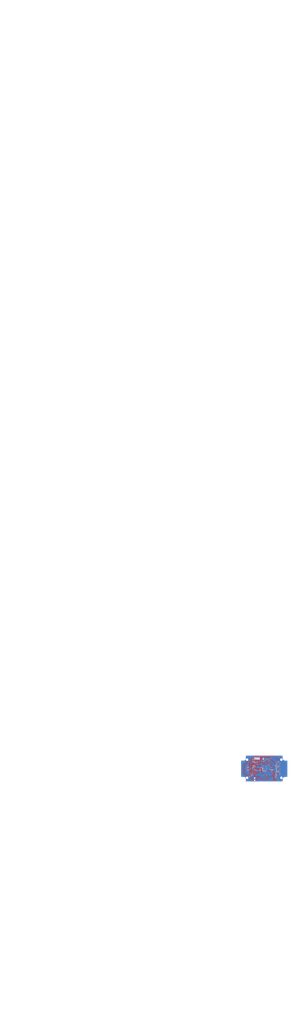
<source format=kicad_pcb>
(kicad_pcb (version 20171130) (host pcbnew "(5.1.4)-1")
  (layers (0 F.Cu signal) (31 B.Cu signal) (34 B.Paste user hide) (36 B.SilkS user) (37 F.SilkS user) (38 B.Mask user hide) (39 F.Mask user hide) (44 Edge.Cuts user))
  (net 0 "")
  (net 1 /3VB)
  (net 2 GND)
  (net 3 +3V3)
  (net 4 /OSC_OUT)
  (net 5 /OSC_IN)
  (net 6 /OSC32_OUT)
  (net 7 /RESET)
  (net 8 /OSC32_IN)
  (net 9 +5V)
  (net 10 "Net-(C12-Pad2)")
  (net 11 "Net-(C13-Pad1)")
  (net 12 "Net-(C14-Pad1)")
  (net 13 "Net-(D1-Pad2)")
  (net 14 /USB_DP)
  (net 15 /USB_DM)
  (net 16 "Net-(D2-Pad4)")
  (net 17 "Net-(D3-Pad2)")
  (net 18 "Net-(FB1-Pad1)")
  (net 19 /AUDIO_OUT_-)
  (net 20 /AUDIO_OUT_+)
  (net 21 "Net-(FB2-Pad1)")
  (net 22 "Net-(J1-Pad1)")
  (net 23 "Net-(J1-Pad2)")
  (net 24 /SWO)
  (net 25 /SWDIO)
  (net 26 "Net-(J1-Pad6)")
  (net 27 /SWCLK)
  (net 28 "Net-(J1-Pad8)")
  (net 29 "Net-(J3-Pad2)")
  (net 30 "Net-(J3-Pad3)")
  (net 31 /TFT_BL)
  (net 32 /LED-)
  (net 33 /BOOT0)
  (net 34 /BTN_UP)
  (net 35 /BTN_DN)
  (net 36 /BTN_SEL)
  (net 37 /AUDIO)
  (net 38 "Net-(R9-Pad1)")
  (net 39 "Net-(R10-Pad1)")
  (net 40 "Net-(TFT1-Pad1)")
  (net 41 /TFT_RS)
  (net 42 /TFT_DC)
  (net 43 /TFT_MOSI)
  (net 44 /TFT_SCLK)
  (net 45 /TFT_CS)
  (net 46 "Net-(TFT1-Pad14)")
  (net 47 "Net-(U1-Pad2)")
  (net 48 /AMP_ON)
  (net 49 "Net-(U1-Pad18)")
  (net 50 "Net-(U1-Pad19)")
  (net 51 "Net-(U1-Pad20)")
  (net 52 "Net-(U1-Pad21)")
  (net 53 "Net-(U1-Pad22)")
  (net 54 "Net-(U1-Pad25)")
  (net 55 "Net-(U1-Pad26)")
  (net 56 "Net-(U1-Pad27)")
  (net 57 "Net-(U1-Pad28)")
  (net 58 "Net-(U1-Pad31)")
  (net 59 "Net-(U1-Pad38)")
  (net 60 "Net-(U1-Pad40)")
  (net 61 "Net-(U1-Pad41)")
  (net 62 "Net-(U1-Pad43)")
  (net 63 "Net-(U1-Pad45)")
  (net 64 "Net-(U1-Pad46)")
  (net 65 +3.3VA)
  (net 66 "Net-(Q1-Pad1)")
  (module Footprints:DC-005-SMT (layer B.Cu) (at 122.1479 122.8165 90)
    (fp_text reference J4 hide)
    (fp_text value Barrel_Jack hide)
    (pad "" np_thru_hole circle (at 9.5 0 90) (size 2 2) (drill 2) (layers *.Cu *.Mask))
    (pad "" np_thru_hole circle (at 5 0 90) (size 2 2) (drill 2) (layers *.Cu *.Mask))
    (pad 1 smd roundrect (at 11 5.5 90) (size 2 3) (layers B.Cu B.Paste B.Mask) (net 17 "Net-(D3-Pad2)"))
    (pad 3 smd roundrect (at 11 -5.5 90) (size 2 3) (layers B.Cu B.Paste B.Mask))
    (pad 2 smd roundrect (at 5 -5.5 90) (size 2 3) (layers B.Cu B.Paste B.Mask) (net 2 GND))
    (pad 1 smd roundrect (at 5 5.5 90) (size 2 3) (layers B.Cu B.Paste B.Mask) (net 17 "Net-(D3-Pad2)"))
  )
  (module Resistor_SMD:R_0603_1608Metric (layer B.Cu) (at 122.1764 100.65)
    (fp_text reference R11 (at 0 1.43) (layer B.SilkS) (effects (justify mirror)))
    (fp_text value 100R)
    (pad 1 smd roundrect (at -0.7875 0) (size 0.875 0.95) (layers B.Cu B.Paste B.Mask) (net 31 /TFT_BL))
    (pad 2 smd roundrect (at 0.7875 0) (size 0.875 0.95) (layers B.Cu B.Paste B.Mask) (net 66 "Net-(Q1-Pad1)"))
  )
  (module Capacitor_SMD:C_0402_1005Metric (layer B.Cu) (at 141.2139 81.4 90)
    (fp_text reference C17 (at 2.5255 0.365 90) (layer B.SilkS) (effects (justify mirror)))
    (fp_text value 10u)
    (pad 2 smd roundrect (at 0.485 0 90) (size 0.59 0.64) (layers B.Cu B.Paste B.Mask) (net 65 +3.3VA))
    (pad 1 smd roundrect (at -0.485 0 90) (size 0.59 0.64) (layers B.Cu B.Paste B.Mask) (net 2 GND))
  )
  (module MountingHole:MountingHole_4.3mm_M4 (layer F.Cu) (at 106.2139 74.65)
    (fp_text reference REF** hide)
    (fp_text value MountingHole_4.3mm_M4)
    (pad 1 np_thru_hole circle (at 0 0) (size 4.3 4.3) (drill 4.3) (layers *.Cu *.Mask))
  )
  (module MountingHole:MountingHole_4.3mm_M4 (layer F.Cu) (at 106.2139 112.65)
    (fp_text reference REF** hide)
    (fp_text value MountingHole_4.3mm_M4)
    (pad 1 np_thru_hole circle (at 0 0) (size 4.3 4.3) (drill 4.3) (layers *.Cu *.Mask))
  )
  (module MountingHole:MountingHole_4.3mm_M4 (layer F.Cu) (at 178.2139 112.65)
    (fp_text reference REF** hide)
    (fp_text value MountingHole_4.3mm_M4)
    (pad 1 np_thru_hole circle (at 0 0) (size 4.3 4.3) (drill 4.3) (layers *.Cu *.Mask))
  )
  (module MountingHole:MountingHole_4.3mm_M4 (layer F.Cu) (at 178.2139 74.65)
    (fp_text reference REF** hide)
    (fp_text value MountingHole_4.3mm_M4)
    (pad 1 np_thru_hole circle (at 0 0) (size 4.3 4.3) (drill 4.3) (layers *.Cu *.Mask))
  )
  (module Battery:BatteryHolder_Keystone_3000_1x12mm (layer B.Cu) (at 142.2139 113.9 180)
    (fp_text reference BT1 (at 0 8) (layer B.SilkS) (effects (justify mirror)))
    (fp_text value Battery_Cell)
    (pad 1 smd rect (at -7.9 0 180) (size 3.5 3.3) (layers B.Cu B.Paste B.Mask) (net 1 /3VB))
    (pad 1 smd rect (at 7.9 0 180) (size 3.5 3.3) (layers B.Cu B.Paste B.Mask) (net 1 /3VB))
    (pad 2 smd rect (at 0 0 180) (size 4 4) (layers B.Cu B.Paste B.Mask) (net 2 GND))
  )
  (module Capacitor_SMD:C_0402_1005Metric (layer B.Cu) (at 125.9639 96.15 270)
    (fp_text reference C1 (at 0.8 -1.25 180) (layer B.SilkS) (effects (justify mirror)))
    (fp_text value 100n)
    (pad 1 smd roundrect (at -0.485 0 270) (size 0.59 0.64) (layers B.Cu B.Paste B.Mask) (net 2 GND))
    (pad 2 smd roundrect (at 0.485 0 270) (size 0.59 0.64) (layers B.Cu B.Paste B.Mask) (net 3 +3V3))
  )
  (module Capacitor_SMD:C_0402_1005Metric (layer B.Cu) (at 103.9639 90.9)
    (fp_text reference C2 (at 0 1.17) (layer B.SilkS) (effects (justify mirror)))
    (fp_text value 27p)
    (pad 1 smd roundrect (at -0.485 0) (size 0.59 0.64) (layers B.Cu B.Paste B.Mask) (net 2 GND))
    (pad 2 smd roundrect (at 0.485 0) (size 0.59 0.64) (layers B.Cu B.Paste B.Mask) (net 4 /OSC_OUT))
  )
  (module Capacitor_SMD:C_0402_1005Metric (layer B.Cu) (at 123.2139 87.9)
    (fp_text reference C3 (at 0 -1.25) (layer B.SilkS) (effects (justify mirror)))
    (fp_text value 100n)
    (pad 1 smd roundrect (at -0.485 0) (size 0.59 0.64) (layers B.Cu B.Paste B.Mask) (net 2 GND))
    (pad 2 smd roundrect (at 0.485 0) (size 0.59 0.64) (layers B.Cu B.Paste B.Mask) (net 3 +3V3))
  )
  (module Capacitor_SMD:C_0402_1005Metric (layer B.Cu) (at 103.9639 95.9)
    (fp_text reference C4 (at 0 1.17) (layer B.SilkS) (effects (justify mirror)))
    (fp_text value 27p)
    (pad 2 smd roundrect (at 0.485 0) (size 0.59 0.64) (layers B.Cu B.Paste B.Mask) (net 5 /OSC_IN))
    (pad 1 smd roundrect (at -0.485 0) (size 0.59 0.64) (layers B.Cu B.Paste B.Mask) (net 2 GND))
  )
  (module Capacitor_SMD:C_0402_1005Metric (layer B.Cu) (at 113.9139 92.25 90)
    (fp_text reference C5 (at -2.265 0 90) (layer B.SilkS) (effects (justify mirror)))
    (fp_text value 100n)
    (pad 2 smd roundrect (at 0.485 0 90) (size 0.59 0.64) (layers B.Cu B.Paste B.Mask) (net 3 +3V3))
    (pad 1 smd roundrect (at -0.485 0 90) (size 0.59 0.64) (layers B.Cu B.Paste B.Mask) (net 2 GND))
  )
  (module Capacitor_SMD:C_0402_1005Metric (layer B.Cu) (at 117.4639 99.4 180)
    (fp_text reference C6 (at 0 -1.25) (layer B.SilkS) (effects (justify mirror)))
    (fp_text value 100n)
    (pad 1 smd roundrect (at -0.485 0 180) (size 0.59 0.64) (layers B.Cu B.Paste B.Mask) (net 2 GND))
    (pad 2 smd roundrect (at 0.485 0 180) (size 0.59 0.64) (layers B.Cu B.Paste B.Mask) (net 3 +3V3))
  )
  (module Capacitor_SMD:C_0402_1005Metric (layer B.Cu) (at 110.4639 102.65 90)
    (fp_text reference C7 (at 0 -1.25 90) (layer B.SilkS) (effects (justify mirror)))
    (fp_text value 15p)
    (pad 1 smd roundrect (at -0.485 0 90) (size 0.59 0.64) (layers B.Cu B.Paste B.Mask) (net 2 GND))
    (pad 2 smd roundrect (at 0.485 0 90) (size 0.59 0.64) (layers B.Cu B.Paste B.Mask) (net 6 /OSC32_OUT))
  )
  (module Capacitor_SMD:C_0402_1005Metric (layer B.Cu) (at 112.4639 92.65 90)
    (fp_text reference C8 (at -1.75 0 90) (layer B.SilkS) (effects (justify mirror)))
    (fp_text value 100n)
    (pad 1 smd roundrect (at -0.485 0 90) (size 0.59 0.64) (layers B.Cu B.Paste B.Mask) (net 7 /RESET))
    (pad 2 smd roundrect (at 0.485 0 90) (size 0.59 0.64) (layers B.Cu B.Paste B.Mask) (net 2 GND))
  )
  (module Capacitor_SMD:C_0402_1005Metric (layer B.Cu) (at 115.4639 102.65 90)
    (fp_text reference C9 (at 0 1.17 90) (layer B.SilkS) (effects (justify mirror)))
    (fp_text value 15p)
    (pad 2 smd roundrect (at 0.485 0 90) (size 0.59 0.64) (layers B.Cu B.Paste B.Mask) (net 8 /OSC32_IN))
    (pad 1 smd roundrect (at -0.485 0 90) (size 0.59 0.64) (layers B.Cu B.Paste B.Mask) (net 2 GND))
  )
  (module Capacitor_SMD:C_0402_1005Metric (layer B.Cu) (at 160.9639 104.9 90)
    (fp_text reference C10 (at 0 -1.25 90) (layer B.SilkS) (effects (justify mirror)))
    (fp_text value 330n)
    (pad 1 smd roundrect (at -0.485 0 90) (size 0.59 0.64) (layers B.Cu B.Paste B.Mask) (net 9 +5V))
    (pad 2 smd roundrect (at 0.485 0 90) (size 0.59 0.64) (layers B.Cu B.Paste B.Mask) (net 2 GND))
  )
  (module Capacitor_SMD:C_0402_1005Metric (layer B.Cu) (at 160.9639 101.65 90)
    (fp_text reference C11 (at 0 -1.25 90) (layer B.SilkS) (effects (justify mirror)))
    (fp_text value 100n)
    (pad 2 smd roundrect (at 0.485 0 90) (size 0.59 0.64) (layers B.Cu B.Paste B.Mask) (net 3 +3V3))
    (pad 1 smd roundrect (at -0.485 0 90) (size 0.59 0.64) (layers B.Cu B.Paste B.Mask) (net 2 GND))
  )
  (module Capacitor_SMD:C_0402_1005Metric (layer B.Cu) (at 128.2139 82.05 270)
    (fp_text reference C12 (at 2.4 0 90) (layer B.SilkS) (effects (justify mirror)))
    (fp_text value 100n)
    (pad 1 smd roundrect (at -0.485 0 270) (size 0.59 0.64) (layers B.Cu B.Paste B.Mask) (net 2 GND))
    (pad 2 smd roundrect (at 0.485 0 270) (size 0.59 0.64) (layers B.Cu B.Paste B.Mask) (net 10 "Net-(C12-Pad2)"))
  )
  (module Capacitor_SMD:C_0402_1005Metric (layer B.Cu) (at 129.7139 82.55 180)
    (fp_text reference C13 (at -0.7 -1.3) (layer B.SilkS) (effects (justify mirror)))
    (fp_text value 1u)
    (pad 2 smd roundrect (at 0.485 0 180) (size 0.59 0.64) (layers B.Cu B.Paste B.Mask) (net 10 "Net-(C12-Pad2)"))
    (pad 1 smd roundrect (at -0.485 0 180) (size 0.59 0.64) (layers B.Cu B.Paste B.Mask) (net 11 "Net-(C13-Pad1)"))
  )
  (module Capacitor_SMD:C_0402_1005Metric (layer B.Cu) (at 129.7139 78.15 180)
    (fp_text reference C14 (at -2.5 0) (layer B.SilkS) (effects (justify mirror)))
    (fp_text value 1u)
    (pad 2 smd roundrect (at 0.485 0 180) (size 0.59 0.64) (layers B.Cu B.Paste B.Mask) (net 2 GND))
    (pad 1 smd roundrect (at -0.485 0 180) (size 0.59 0.64) (layers B.Cu B.Paste B.Mask) (net 12 "Net-(C14-Pad1)"))
  )
  (module Capacitor_SMD:C_0402_1005Metric (layer F.Cu) (at 154.9639 96.65 180)
    (fp_text reference C15 (at -2.75 -0.25) (layer F.SilkS))
    (fp_text value 100n)
    (pad 2 smd roundrect (at 0.485 0 180) (size 0.59 0.64) (layers F.Cu F.Paste F.Mask) (net 3 +3V3))
    (pad 1 smd roundrect (at -0.485 0 180) (size 0.59 0.64) (layers F.Cu F.Paste F.Mask) (net 2 GND))
  )
  (module Capacitor_SMD:C_0402_1005Metric (layer F.Cu) (at 154.9639 95.65 180)
    (fp_text reference C16 (at -2.75 0.25) (layer F.SilkS))
    (fp_text value 100n)
    (pad 1 smd roundrect (at -0.485 0 180) (size 0.59 0.64) (layers F.Cu F.Paste F.Mask) (net 2 GND))
    (pad 2 smd roundrect (at 0.485 0 180) (size 0.59 0.64) (layers F.Cu F.Paste F.Mask) (net 3 +3V3))
  )
  (module Capacitor_SMD:C_0402_1005Metric (layer B.Cu) (at 140.2139 81.4 90)
    (fp_text reference C18 (at 2.5255 0.0315 90) (layer B.SilkS) (effects (justify mirror)))
    (fp_text value 100n)
    (pad 2 smd roundrect (at 0.485 0 90) (size 0.59 0.64) (layers B.Cu B.Paste B.Mask) (net 65 +3.3VA))
    (pad 1 smd roundrect (at -0.485 0 90) (size 0.59 0.64) (layers B.Cu B.Paste B.Mask) (net 2 GND))
  )
  (module Capacitor_SMD:C_0402_1005Metric (layer F.Cu) (at 154.9639 90.9 180)
    (fp_text reference C19 (at -2.75 0) (layer F.SilkS))
    (fp_text value 100n)
    (pad 2 smd roundrect (at 0.485 0 180) (size 0.59 0.64) (layers F.Cu F.Paste F.Mask) (net 3 +3V3))
    (pad 1 smd roundrect (at -0.485 0 180) (size 0.59 0.64) (layers F.Cu F.Paste F.Mask) (net 2 GND))
  )
  (module Diode_SMD:D_SOD-123 (layer B.Cu) (at 166.7139 112.65 270)
    (fp_text reference D1 (at 0 -2 90) (layer B.SilkS) (effects (justify mirror)))
    (fp_text value B0540W-7-F)
    (pad 2 smd rect (at 1.65 0 270) (size 0.9 1.2) (layers B.Cu B.Paste B.Mask) (net 13 "Net-(D1-Pad2)"))
    (pad 1 smd rect (at -1.65 0 270) (size 0.9 1.2) (layers B.Cu B.Paste B.Mask) (net 9 +5V))
  )
  (module Package_TO_SOT_SMD:SOT-23-6 (layer B.Cu) (at 162.2139 109.4 90)
    (fp_text reference D2 (at 0 2.9 90) (layer B.SilkS) (effects (justify mirror)))
    (fp_text value ESDA6V1BC6)
    (pad 1 smd rect (at -1.1 0.95 90) (size 1.06 0.65) (layers B.Cu B.Paste B.Mask) (net 15 /USB_DM))
    (pad 2 smd rect (at -1.1 0 90) (size 1.06 0.65) (layers B.Cu B.Paste B.Mask) (net 2 GND))
    (pad 3 smd rect (at -1.1 -0.95 90) (size 1.06 0.65) (layers B.Cu B.Paste B.Mask) (net 14 /USB_DP))
    (pad 4 smd rect (at 1.1 -0.95 90) (size 1.06 0.65) (layers B.Cu B.Paste B.Mask) (net 16 "Net-(D2-Pad4)"))
    (pad 6 smd rect (at 1.1 0.95 90) (size 1.06 0.65) (layers B.Cu B.Paste B.Mask) (net 9 +5V))
    (pad 5 smd rect (at 1.1 0 90) (size 1.06 0.65) (layers B.Cu B.Paste B.Mask) (net 2 GND))
  )
  (module Diode_SMD:D_SOD-123 (layer B.Cu) (at 112.9639 109.9 270)
    (fp_text reference D3 (at 0 2 90) (layer B.SilkS) (effects (justify mirror)))
    (fp_text value B0540W-7-F)
    (pad 1 smd rect (at -1.65 0 270) (size 0.9 1.2) (layers B.Cu B.Paste B.Mask) (net 9 +5V))
    (pad 2 smd rect (at 1.65 0 270) (size 0.9 1.2) (layers B.Cu B.Paste B.Mask) (net 17 "Net-(D3-Pad2)"))
  )
  (module Resistor_SMD:R_0603_1608Metric_Pad1.05x0.95mm_HandSolder (layer B.Cu) (at 139.7139 84.4 180)
    (fp_text reference FB1 (at 0.25 -1.5) (layer B.SilkS) (effects (justify mirror)))
    (fp_text value BLM18PG471SN1D)
    (pad 1 smd roundrect (at -0.875 0 180) (size 1.05 0.95) (layers B.Cu B.Paste B.Mask) (net 18 "Net-(FB1-Pad1)"))
    (pad 2 smd roundrect (at 0.875 0 180) (size 1.05 0.95) (layers B.Cu B.Paste B.Mask) (net 19 /AUDIO_OUT_-))
  )
  (module Resistor_SMD:R_0603_1608Metric_Pad1.05x0.95mm_HandSolder (layer B.Cu) (at 138.5944 78.176 270)
    (fp_text reference FB2 (at 0 1.43 90) (layer B.SilkS) (effects (justify mirror)))
    (fp_text value BLM18PG471SN1D)
    (pad 2 smd roundrect (at 0.875 0 270) (size 1.05 0.95) (layers B.Cu B.Paste B.Mask) (net 20 /AUDIO_OUT_+))
    (pad 1 smd roundrect (at -0.875 0 270) (size 1.05 0.95) (layers B.Cu B.Paste B.Mask) (net 21 "Net-(FB2-Pad1)"))
  )
  (module Connector_PinHeader_2.54mm:PinHeader_2x05_P2.54mm_Vertical (layer B.Cu) (at 132.214 73.5405 90)
    (fp_text reference J1 (at -2.75 0.75) (layer B.SilkS) (effects (justify mirror)))
    (fp_text value Conn_02x05_Counter_Clockwise)
    (pad 1 thru_hole rect (at 0 0 90) (size 1.7 1.7) (drill 1) (layers *.Cu *.Mask) (net 22 "Net-(J1-Pad1)"))
    (pad 2 thru_hole oval (at 2.54 0 90) (size 1.7 1.7) (drill 1) (layers *.Cu *.Mask) (net 23 "Net-(J1-Pad2)"))
    (pad 3 thru_hole oval (at 0 -2.54 90) (size 1.7 1.7) (drill 1) (layers *.Cu *.Mask) (net 24 /SWO))
    (pad 4 thru_hole oval (at 2.54 -2.54 90) (size 1.7 1.7) (drill 1) (layers *.Cu *.Mask) (net 2 GND))
    (pad 5 thru_hole oval (at 0 -5.08 90) (size 1.7 1.7) (drill 1) (layers *.Cu *.Mask) (net 25 /SWDIO))
    (pad 6 thru_hole oval (at 2.54 -5.08 90) (size 1.7 1.7) (drill 1) (layers *.Cu *.Mask) (net 26 "Net-(J1-Pad6)"))
    (pad 7 thru_hole oval (at 0 -7.62 90) (size 1.7 1.7) (drill 1) (layers *.Cu *.Mask) (net 27 /SWCLK))
    (pad 8 thru_hole oval (at 2.54 -7.62 90) (size 1.7 1.7) (drill 1) (layers *.Cu *.Mask) (net 28 "Net-(J1-Pad8)"))
    (pad 9 thru_hole oval (at 0 -10.16 90) (size 1.7 1.7) (drill 1) (layers *.Cu *.Mask) (net 3 +3V3))
    (pad 10 thru_hole oval (at 2.54 -10.16 90) (size 1.7 1.7) (drill 1) (layers *.Cu *.Mask) (net 7 /RESET))
  )
  (module Connector_PinHeader_2.54mm:PinHeader_1x02_P2.54mm_Horizontal (layer B.Cu) (at 140.214 74.15)
    (fp_text reference J2 (at 12.25 1.25) (layer B.SilkS) (effects (justify mirror)))
    (fp_text value Conn_01x02_Male)
    (pad 1 thru_hole rect (at 0 0) (size 1.7 1.7) (drill 1) (layers *.Cu *.Mask) (net 18 "Net-(FB1-Pad1)"))
    (pad 2 thru_hole oval (at 0 -2.54) (size 1.7 1.7) (drill 1) (layers *.Cu *.Mask) (net 21 "Net-(FB2-Pad1)"))
  )
  (module Connector_USB:USB_Micro-B_Molex_47346-0001 (layer B.Cu) (at 163.9639 117.86 180)
    (fp_text reference J3 (at -5.5 1.96 180) (layer B.SilkS) (effects (justify mirror)))
    (fp_text value USB_B_Micro)
    (pad 1 smd rect (at -1.3 1.46 180) (size 0.45 1.38) (layers B.Cu B.Paste B.Mask) (net 13 "Net-(D1-Pad2)"))
    (pad 2 smd rect (at -0.65 1.46 180) (size 0.45 1.38) (layers B.Cu B.Paste B.Mask) (net 29 "Net-(J3-Pad2)"))
    (pad 3 smd rect (at 0 1.46 180) (size 0.45 1.38) (layers B.Cu B.Paste B.Mask) (net 30 "Net-(J3-Pad3)"))
    (pad 4 smd rect (at 0.65 1.46 180) (size 0.45 1.38) (layers B.Cu B.Paste B.Mask) (net 2 GND))
    (pad 5 smd rect (at 1.3 1.46 180) (size 0.45 1.38) (layers B.Cu B.Paste B.Mask) (net 2 GND))
    (pad 6 smd rect (at -2.4625 1.1 180) (size 1.475 2.1) (layers B.Cu B.Paste B.Mask) (net 2 GND))
    (pad 6 smd rect (at 2.4625 1.1 180) (size 1.475 2.1) (layers B.Cu B.Paste B.Mask) (net 2 GND))
    (pad 6 smd rect (at -2.91 -1.2 180) (size 2.375 1.9) (layers B.Cu B.Paste B.Mask) (net 2 GND))
    (pad 6 smd rect (at 2.91 -1.2 180) (size 2.375 1.9) (layers B.Cu B.Paste B.Mask) (net 2 GND))
    (pad 6 smd rect (at -0.84 -1.2 180) (size 1.175 1.9) (layers B.Cu B.Paste B.Mask) (net 2 GND))
    (pad 6 smd rect (at 0.84 -1.2 180) (size 1.175 1.9) (layers B.Cu B.Paste B.Mask) (net 2 GND))
  )
  (module Package_TO_SOT_SMD:SOT-23_Handsoldering (layer B.Cu) (at 126.4639 102.4 270)
    (fp_text reference Q1 (at 2 2.25 180) (layer B.SilkS) (effects (justify mirror)))
    (fp_text value 2N7002ET1G)
    (pad 1 smd rect (at -1.5 0.95 270) (size 1.9 0.8) (layers B.Cu B.Paste B.Mask) (net 66 "Net-(Q1-Pad1)"))
    (pad 2 smd rect (at -1.5 -0.95 270) (size 1.9 0.8) (layers B.Cu B.Paste B.Mask) (net 2 GND))
    (pad 3 smd rect (at 1.5 0 270) (size 1.9 0.8) (layers B.Cu B.Paste B.Mask) (net 32 /LED-))
  )
  (module Resistor_SMD:R_0603_1608Metric (layer B.Cu) (at 119.4639 103.65 90)
    (fp_text reference R1 (at 0 1.43 90) (layer B.SilkS) (effects (justify mirror)))
    (fp_text value 10k)
    (pad 2 smd roundrect (at 0.7875 0 90) (size 0.875 0.95) (layers B.Cu B.Paste B.Mask) (net 33 /BOOT0))
    (pad 1 smd roundrect (at -0.7875 0 90) (size 0.875 0.95) (layers B.Cu B.Paste B.Mask) (net 2 GND))
  )
  (module Resistor_SMD:R_0603_1608Metric (layer B.Cu) (at 161.4639 113.15 90)
    (fp_text reference R2 (at 0.25 -1.5 90) (layer B.SilkS) (effects (justify mirror)))
    (fp_text value 33R)
    (pad 1 smd roundrect (at -0.7875 0 90) (size 0.875 0.95) (layers B.Cu B.Paste B.Mask) (net 30 "Net-(J3-Pad3)"))
    (pad 2 smd roundrect (at 0.7875 0 90) (size 0.875 0.95) (layers B.Cu B.Paste B.Mask) (net 14 /USB_DP))
  )
  (module Resistor_SMD:R_0603_1608Metric (layer B.Cu) (at 163.2139 113.15 90)
    (fp_text reference R3 (at 0 1.43 90) (layer B.SilkS) (effects (justify mirror)))
    (fp_text value 33R)
    (pad 2 smd roundrect (at 0.7875 0 90) (size 0.875 0.95) (layers B.Cu B.Paste B.Mask) (net 15 /USB_DM))
    (pad 1 smd roundrect (at -0.7875 0 90) (size 0.875 0.95) (layers B.Cu B.Paste B.Mask) (net 29 "Net-(J3-Pad2)"))
  )
  (module Resistor_SMD:R_0603_1608Metric (layer B.Cu) (at 159.4639 109.4 90)
    (fp_text reference R4 (at 0 -1.5 90) (layer B.SilkS) (effects (justify mirror)))
    (fp_text value 1K)
    (pad 1 smd roundrect (at -0.7875 0 90) (size 0.875 0.95) (layers B.Cu B.Paste B.Mask) (net 14 /USB_DP))
    (pad 2 smd roundrect (at 0.7875 0 90) (size 0.875 0.95) (layers B.Cu B.Paste B.Mask) (net 3 +3V3))
  )
  (module Resistor_SMD:R_0603_1608Metric (layer F.Cu) (at 166.5139 98.35 90)
    (fp_text reference R5 (at -2.85 -0.05 90) (layer F.SilkS))
    (fp_text value 10k)
    (pad 1 smd roundrect (at -0.7875 0 90) (size 0.875 0.95) (layers F.Cu F.Paste F.Mask) (net 2 GND))
    (pad 2 smd roundrect (at 0.7875 0 90) (size 0.875 0.95) (layers F.Cu F.Paste F.Mask) (net 34 /BTN_UP))
  )
  (module Resistor_SMD:R_0603_1608Metric (layer F.Cu) (at 166.5139 109.35 90)
    (fp_text reference R6 (at -2.85 -0.05 90) (layer F.SilkS))
    (fp_text value 10k)
    (pad 2 smd roundrect (at 0.7875 0 90) (size 0.875 0.95) (layers F.Cu F.Paste F.Mask) (net 35 /BTN_DN))
    (pad 1 smd roundrect (at -0.7875 0 90) (size 0.875 0.95) (layers F.Cu F.Paste F.Mask) (net 2 GND))
  )
  (module Resistor_SMD:R_0603_1608Metric (layer F.Cu) (at 166.5139 87.75 90)
    (fp_text reference R7 (at -2.85 0 90) (layer F.SilkS))
    (fp_text value 10k)
    (pad 1 smd roundrect (at -0.7875 0 90) (size 0.875 0.95) (layers F.Cu F.Paste F.Mask) (net 2 GND))
    (pad 2 smd roundrect (at 0.7875 0 90) (size 0.875 0.95) (layers F.Cu F.Paste F.Mask) (net 36 /BTN_SEL))
  )
  (module Resistor_SMD:R_0603_1608Metric (layer B.Cu) (at 126.2139 82.55 180)
    (fp_text reference R8 (at 0 -1.4) (layer B.SilkS) (effects (justify mirror)))
    (fp_text value 1k)
    (pad 2 smd roundrect (at 0.7875 0 180) (size 0.875 0.95) (layers B.Cu B.Paste B.Mask) (net 37 /AUDIO))
    (pad 1 smd roundrect (at -0.7875 0 180) (size 0.875 0.95) (layers B.Cu B.Paste B.Mask) (net 10 "Net-(C12-Pad2)"))
  )
  (module Resistor_SMD:R_0603_1608Metric (layer B.Cu) (at 130.9639 81.15 180)
    (fp_text reference R9 (at 2.466 0.561) (layer B.SilkS) (effects (justify mirror)))
    (fp_text value 150k)
    (pad 1 smd roundrect (at -0.7875 0 180) (size 0.875 0.95) (layers B.Cu B.Paste B.Mask) (net 38 "Net-(R9-Pad1)"))
    (pad 2 smd roundrect (at 0.7875 0 180) (size 0.875 0.95) (layers B.Cu B.Paste B.Mask) (net 11 "Net-(C13-Pad1)"))
  )
  (module Resistor_SMD:R_0603_1608Metric (layer B.Cu) (at 130.9639 79.65 180)
    (fp_text reference R10 (at 2.9105 0.331) (layer B.SilkS) (effects (justify mirror)))
    (fp_text value 150k)
    (pad 2 smd roundrect (at 0.7875 0 180) (size 0.875 0.95) (layers B.Cu B.Paste B.Mask) (net 12 "Net-(C14-Pad1)"))
    (pad 1 smd roundrect (at -0.7875 0 180) (size 0.875 0.95) (layers B.Cu B.Paste B.Mask) (net 39 "Net-(R10-Pad1)"))
  )
  (module Button_Switch_SMD:SW_Push_1P1T_NO_6x6mm_H9.5mm (layer F.Cu) (at 170.9639 93.549696 90)
    (fp_text reference SW1 (at 0 -4.05 90) (layer F.SilkS))
    (fp_text value SW_Push)
    (pad 2 smd rect (at -3.975 2.25 90) (size 1.55 1.3) (layers F.Cu F.Paste F.Mask) (net 3 +3V3))
    (pad 1 smd rect (at -3.975 -2.25 90) (size 1.55 1.3) (layers F.Cu F.Paste F.Mask) (net 34 /BTN_UP))
    (pad 1 smd rect (at 3.975 -2.25 90) (size 1.55 1.3) (layers F.Cu F.Paste F.Mask) (net 34 /BTN_UP))
    (pad 2 smd rect (at 3.975 2.25 90) (size 1.55 1.3) (layers F.Cu F.Paste F.Mask) (net 3 +3V3))
  )
  (module Button_Switch_SMD:SW_Push_1P1T_NO_6x6mm_H9.5mm (layer F.Cu) (at 170.9639 104.549696 90)
    (fp_text reference SW2 (at 0 -4.05 90) (layer F.SilkS))
    (fp_text value SW_Push)
    (pad 2 smd rect (at 3.975 2.25 90) (size 1.55 1.3) (layers F.Cu F.Paste F.Mask) (net 3 +3V3))
    (pad 1 smd rect (at 3.975 -2.25 90) (size 1.55 1.3) (layers F.Cu F.Paste F.Mask) (net 35 /BTN_DN))
    (pad 1 smd rect (at -3.975 -2.25 90) (size 1.55 1.3) (layers F.Cu F.Paste F.Mask) (net 35 /BTN_DN))
    (pad 2 smd rect (at -3.975 2.25 90) (size 1.55 1.3) (layers F.Cu F.Paste F.Mask) (net 3 +3V3))
  )
  (module Button_Switch_SMD:SW_Push_1P1T_NO_6x6mm_H9.5mm (layer F.Cu) (at 170.9639 82.9 90)
    (fp_text reference SW3 (at 0 -4.05 270) (layer F.SilkS))
    (fp_text value SW_Push)
    (pad 2 smd rect (at -3.975 2.25 90) (size 1.55 1.3) (layers F.Cu F.Paste F.Mask) (net 3 +3V3))
    (pad 1 smd rect (at -3.975 -2.25 90) (size 1.55 1.3) (layers F.Cu F.Paste F.Mask) (net 36 /BTN_SEL))
    (pad 1 smd rect (at 3.975 -2.25 90) (size 1.55 1.3) (layers F.Cu F.Paste F.Mask) (net 36 /BTN_SEL))
    (pad 2 smd rect (at 3.975 2.25 90) (size 1.55 1.3) (layers F.Cu F.Paste F.Mask) (net 3 +3V3))
  )
  (module Package_QFP:LQFP-48_7x7mm_P0.5mm (layer B.Cu) (at 120.2139 93.65)
    (fp_text reference U1 (at 0 5.85) (layer B.SilkS) (effects (justify mirror)))
    (fp_text value STM32F103C8Tx)
    (pad 1 smd roundrect (at -4.1625 2.75) (size 1.475 0.3) (layers B.Cu B.Paste B.Mask) (net 1 /3VB))
    (pad 2 smd roundrect (at -4.1625 2.25) (size 1.475 0.3) (layers B.Cu B.Paste B.Mask) (net 47 "Net-(U1-Pad2)"))
    (pad 3 smd roundrect (at -4.1625 1.75) (size 1.475 0.3) (layers B.Cu B.Paste B.Mask) (net 8 /OSC32_IN))
    (pad 4 smd roundrect (at -4.1625 1.25) (size 1.475 0.3) (layers B.Cu B.Paste B.Mask) (net 6 /OSC32_OUT))
    (pad 5 smd roundrect (at -4.1625 0.75) (size 1.475 0.3) (layers B.Cu B.Paste B.Mask) (net 5 /OSC_IN))
    (pad 6 smd roundrect (at -4.1625 0.25) (size 1.475 0.3) (layers B.Cu B.Paste B.Mask) (net 4 /OSC_OUT))
    (pad 7 smd roundrect (at -4.1625 -0.25) (size 1.475 0.3) (layers B.Cu B.Paste B.Mask) (net 7 /RESET))
    (pad 8 smd roundrect (at -4.1625 -0.75) (size 1.475 0.3) (layers B.Cu B.Paste B.Mask) (net 2 GND))
    (pad 9 smd roundrect (at -4.1625 -1.25) (size 1.475 0.3) (layers B.Cu B.Paste B.Mask) (net 3 +3V3))
    (pad 10 smd roundrect (at -4.1625 -1.75) (size 1.475 0.3) (layers B.Cu B.Paste B.Mask) (net 34 /BTN_UP))
    (pad 11 smd roundrect (at -4.1625 -2.25) (size 1.475 0.3) (layers B.Cu B.Paste B.Mask) (net 35 /BTN_DN))
    (pad 12 smd roundrect (at -4.1625 -2.75) (size 1.475 0.3) (layers B.Cu B.Paste B.Mask) (net 48 /AMP_ON))
    (pad 13 smd roundrect (at -2.75 -4.1625) (size 0.3 1.475) (layers B.Cu B.Paste B.Mask) (net 41 /TFT_RS))
    (pad 14 smd roundrect (at -2.25 -4.1625) (size 0.3 1.475) (layers B.Cu B.Paste B.Mask) (net 45 /TFT_CS))
    (pad 15 smd roundrect (at -1.75 -4.1625) (size 0.3 1.475) (layers B.Cu B.Paste B.Mask) (net 44 /TFT_SCLK))
    (pad 16 smd roundrect (at -1.25 -4.1625) (size 0.3 1.475) (layers B.Cu B.Paste B.Mask) (net 42 /TFT_DC))
    (pad 17 smd roundrect (at -0.75 -4.1625) (size 0.3 1.475) (layers B.Cu B.Paste B.Mask) (net 43 /TFT_MOSI))
    (pad 18 smd roundrect (at -0.25 -4.1625) (size 0.3 1.475) (layers B.Cu B.Paste B.Mask) (net 49 "Net-(U1-Pad18)"))
    (pad 19 smd roundrect (at 0.25 -4.1625) (size 0.3 1.475) (layers B.Cu B.Paste B.Mask) (net 50 "Net-(U1-Pad19)"))
    (pad 20 smd roundrect (at 0.75 -4.1625) (size 0.3 1.475) (layers B.Cu B.Paste B.Mask) (net 51 "Net-(U1-Pad20)"))
    (pad 21 smd roundrect (at 1.25 -4.1625) (size 0.3 1.475) (layers B.Cu B.Paste B.Mask) (net 52 "Net-(U1-Pad21)"))
    (pad 22 smd roundrect (at 1.75 -4.1625) (size 0.3 1.475) (layers B.Cu B.Paste B.Mask) (net 53 "Net-(U1-Pad22)"))
    (pad 23 smd roundrect (at 2.25 -4.1625) (size 0.3 1.475) (layers B.Cu B.Paste B.Mask) (net 2 GND))
    (pad 24 smd roundrect (at 2.75 -4.1625) (size 0.3 1.475) (layers B.Cu B.Paste B.Mask) (net 3 +3V3))
    (pad 25 smd roundrect (at 4.1625 -2.75) (size 1.475 0.3) (layers B.Cu B.Paste B.Mask) (net 54 "Net-(U1-Pad25)"))
    (pad 26 smd roundrect (at 4.1625 -2.25) (size 1.475 0.3) (layers B.Cu B.Paste B.Mask) (net 55 "Net-(U1-Pad26)"))
    (pad 27 smd roundrect (at 4.1625 -1.75) (size 1.475 0.3) (layers B.Cu B.Paste B.Mask) (net 56 "Net-(U1-Pad27)"))
    (pad 28 smd roundrect (at 4.1625 -1.25) (size 1.475 0.3) (layers B.Cu B.Paste B.Mask) (net 57 "Net-(U1-Pad28)"))
    (pad 29 smd roundrect (at 4.1625 -0.75) (size 1.475 0.3) (layers B.Cu B.Paste B.Mask) (net 37 /AUDIO))
    (pad 30 smd roundrect (at 4.1625 -0.25) (size 1.475 0.3) (layers B.Cu B.Paste B.Mask) (net 36 /BTN_SEL))
    (pad 31 smd roundrect (at 4.1625 0.25) (size 1.475 0.3) (layers B.Cu B.Paste B.Mask) (net 58 "Net-(U1-Pad31)"))
    (pad 32 smd roundrect (at 4.1625 0.75) (size 1.475 0.3) (layers B.Cu B.Paste B.Mask) (net 15 /USB_DM))
    (pad 33 smd roundrect (at 4.1625 1.25) (size 1.475 0.3) (layers B.Cu B.Paste B.Mask) (net 14 /USB_DP))
    (pad 34 smd roundrect (at 4.1625 1.75) (size 1.475 0.3) (layers B.Cu B.Paste B.Mask) (net 25 /SWDIO))
    (pad 35 smd roundrect (at 4.1625 2.25) (size 1.475 0.3) (layers B.Cu B.Paste B.Mask) (net 2 GND))
    (pad 36 smd roundrect (at 4.1625 2.75) (size 1.475 0.3) (layers B.Cu B.Paste B.Mask) (net 3 +3V3))
    (pad 37 smd roundrect (at 2.75 4.1625) (size 0.3 1.475) (layers B.Cu B.Paste B.Mask) (net 27 /SWCLK))
    (pad 38 smd roundrect (at 2.25 4.1625) (size 0.3 1.475) (layers B.Cu B.Paste B.Mask) (net 59 "Net-(U1-Pad38)"))
    (pad 39 smd roundrect (at 1.75 4.1625) (size 0.3 1.475) (layers B.Cu B.Paste B.Mask) (net 24 /SWO))
    (pad 40 smd roundrect (at 1.25 4.1625) (size 0.3 1.475) (layers B.Cu B.Paste B.Mask) (net 60 "Net-(U1-Pad40)"))
    (pad 41 smd roundrect (at 0.75 4.1625) (size 0.3 1.475) (layers B.Cu B.Paste B.Mask) (net 61 "Net-(U1-Pad41)"))
    (pad 42 smd roundrect (at 0.25 4.1625) (size 0.3 1.475) (layers B.Cu B.Paste B.Mask) (net 31 /TFT_BL))
    (pad 43 smd roundrect (at -0.25 4.1625) (size 0.3 1.475) (layers B.Cu B.Paste B.Mask) (net 62 "Net-(U1-Pad43)"))
    (pad 44 smd roundrect (at -0.75 4.1625) (size 0.3 1.475) (layers B.Cu B.Paste B.Mask) (net 33 /BOOT0))
    (pad 45 smd roundrect (at -1.25 4.1625) (size 0.3 1.475) (layers B.Cu B.Paste B.Mask) (net 63 "Net-(U1-Pad45)"))
    (pad 46 smd roundrect (at -1.75 4.1625) (size 0.3 1.475) (layers B.Cu B.Paste B.Mask) (net 64 "Net-(U1-Pad46)"))
    (pad 47 smd roundrect (at -2.25 4.1625) (size 0.3 1.475) (layers B.Cu B.Paste B.Mask) (net 2 GND))
    (pad 48 smd roundrect (at -2.75 4.1625) (size 0.3 1.475) (layers B.Cu B.Paste B.Mask) (net 3 +3V3))
  )
  (module Package_TO_SOT_SMD:SOT-223-3_TabPin2 (layer B.Cu) (at 165.9639 103.15)
    (fp_text reference U2 (at 0 4.5) (layer B.SilkS) (effects (justify mirror)))
    (fp_text value UA78M33CDCY)
    (pad 2 smd rect (at 3.15 0) (size 2 3.8) (layers B.Cu B.Paste B.Mask) (net 2 GND))
    (pad 2 smd rect (at -3.15 0) (size 2 1.5) (layers B.Cu B.Paste B.Mask) (net 2 GND))
    (pad 3 smd rect (at -3.15 -2.3) (size 2 1.5) (layers B.Cu B.Paste B.Mask) (net 3 +3V3))
    (pad 1 smd rect (at -3.15 2.3) (size 2 1.5) (layers B.Cu B.Paste B.Mask) (net 9 +5V))
  )
  (module Package_SO:MSOP-8-1EP_3x3mm_P0.65mm_EP1.73x1.85mm (layer B.Cu) (at 136.4639 81.4)
    (fp_text reference U3 (at 0 2.45) (layer B.SilkS) (effects (justify mirror)))
    (fp_text value TPA2005D1DRB)
    (pad 9 smd roundrect (at 0 0) (size 1.73 1.85) (layers B.Cu B.Mask) (roundrect_rratio 0.144509) (net 2 GND))
    (pad 1 smd roundrect (at -2.1625 0.975) (size 1.425 0.4) (layers B.Cu B.Paste B.Mask) (net 48 /AMP_ON))
    (pad 2 smd roundrect (at -2.1625 0.325) (size 1.425 0.4) (layers B.Cu B.Paste B.Mask))
    (pad 3 smd roundrect (at -2.1625 -0.325) (size 1.425 0.4) (layers B.Cu B.Paste B.Mask) (net 38 "Net-(R9-Pad1)"))
    (pad 4 smd roundrect (at -2.1625 -0.975) (size 1.425 0.4) (layers B.Cu B.Paste B.Mask) (net 39 "Net-(R10-Pad1)"))
    (pad 5 smd roundrect (at 2.1625 -0.975) (size 1.425 0.4) (layers B.Cu B.Paste B.Mask) (net 20 /AUDIO_OUT_+))
    (pad 6 smd roundrect (at 2.1625 -0.325) (size 1.425 0.4) (layers B.Cu B.Paste B.Mask) (net 65 +3.3VA))
    (pad 7 smd roundrect (at 2.1625 0.325) (size 1.425 0.4) (layers B.Cu B.Paste B.Mask) (net 2 GND))
    (pad 8 smd roundrect (at 2.1625 0.975) (size 1.425 0.4) (layers B.Cu B.Paste B.Mask) (net 19 /AUDIO_OUT_-))
  )
  (module Crystal:Crystal_HC49-U_Vertical (layer B.Cu) (at 107.9639 95.9 90)
    (fp_text reference Y1 (at 2.44 3.525 90) (layer B.SilkS) (effects (justify mirror)))
    (fp_text value 8M0)
    (pad 1 thru_hole circle (at 0 0 90) (size 1.5 1.5) (drill 0.8) (layers *.Cu *.Mask) (net 5 /OSC_IN))
    (pad 2 thru_hole circle (at 4.88 0 90) (size 1.5 1.5) (drill 0.8) (layers *.Cu *.Mask) (net 4 /OSC_OUT))
  )
  (module Crystal:Crystal_SMD_3215-2Pin_3.2x1.5mm (layer B.Cu) (at 112.9639 101.4)
    (fp_text reference Y2 (at 0 2) (layer B.SilkS) (effects (justify mirror)))
    (fp_text value 32k678)
    (pad 1 smd rect (at 1.25 0) (size 1 1.8) (layers B.Cu B.Paste B.Mask) (net 8 /OSC32_IN))
    (pad 2 smd rect (at -1.25 0) (size 1 1.8) (layers B.Cu B.Paste B.Mask) (net 6 /OSC32_OUT))
  )
  (module Capacitor_Tantalum_SMD:CP_EIA-7343-20_Kemet-V_Pad2.25x2.55mm_HandSolder (layer B.Cu) (at 154.7139 85.65 270)
    (fp_text reference C20 (at 0 3.1 270) (layer B.SilkS) (effects (justify mirror)))
    (fp_text value 220U)
    (pad 1 smd roundrect (at -3.2 0 270) (size 2.25 2.55) (layers B.Cu B.Paste B.Mask) (roundrect_rratio 0.111111) (net 3 +3V3))
    (pad 2 smd roundrect (at 3.2 0 270) (size 2.25 2.55) (layers B.Cu B.Paste B.Mask) (roundrect_rratio 0.111111) (net 2 GND))
  )
  (module Capacitor_Tantalum_SMD:CP_EIA-3528-21_Kemet-B_Pad1.50x2.35mm_HandSolder (layer B.Cu) (at 147.7139 83.9 270)
    (fp_text reference C21 (at 0 2.35 270) (layer B.SilkS) (effects (justify mirror)))
    (fp_text value 33U)
    (pad 1 smd roundrect (at -1.625 0 270) (size 1.5 2.35) (layers B.Cu B.Paste B.Mask) (roundrect_rratio 0.166667) (net 65 +3.3VA))
    (pad 2 smd roundrect (at 1.625 0 270) (size 1.5 2.35) (layers B.Cu B.Paste B.Mask) (roundrect_rratio 0.166667) (net 2 GND))
  )
  (module Footprints:6816 (layer B.Cu) (at 151.302281 79.15 180)
    (fp_text reference FL1 (at 1.088381 2.75) (layer B.SilkS) (effects (font (size 1.2065 1.2065) (thickness 0.1016)) (justify right top mirror)))
    (fp_text value NFE61PT472C1H9L hide)
    (pad 3 smd rect (at 3.4 0 180) (size 2 1.6) (layers B.Cu B.Paste B.Mask) (net 65 +3.3VA))
    (pad 2 smd rect (at 0 0 180) (size 2.6 2) (layers B.Cu B.Paste B.Mask) (net 2 GND))
    (pad 1 smd rect (at -3.4 0 180) (size 2 1.6) (layers B.Cu B.Paste B.Mask) (net 3 +3V3))
  )
  (module SPE_IM120905001_FPC:TFT_160x120_14pin (layer F.Cu) (at 130.1139 93.65)
    (fp_text reference TFT1 (at 18.4 0 90) (layer F.SilkS))
    (fp_text value ST7735_128x160_SPI)
    (fp_text user 1 (at 17.4 -5.2) (layer F.SilkS) (effects (justify right)))
    (fp_text user 14 (at 18.3 5.2) (layer F.SilkS) (effects (justify right)))
    (pad 1 smd rect (at 12.9 -5.2) (size 5 0.4) (layers F.Cu F.Paste F.Mask) (net 40 "Net-(TFT1-Pad1)"))
    (pad 2 smd rect (at 12.9 -4.4) (size 5 0.4) (layers F.Cu F.Paste F.Mask) (net 2 GND))
    (pad 3 smd rect (at 12.9 -3.6) (size 5 0.4) (layers F.Cu F.Paste F.Mask) (net 32 /LED-))
    (pad 4 smd rect (at 12.9 -2.8) (size 5 0.4) (layers F.Cu F.Paste F.Mask) (net 3 +3V3))
    (pad 5 smd rect (at 12.9 -2) (size 5 0.4) (layers F.Cu F.Paste F.Mask) (net 2 GND))
    (pad 6 smd rect (at 12.9 -1.2) (size 5 0.4) (layers F.Cu F.Paste F.Mask) (net 41 /TFT_RS))
    (pad 7 smd rect (at 12.9 -0.4) (size 5 0.4) (layers F.Cu F.Paste F.Mask) (net 42 /TFT_DC))
    (pad 8 smd rect (at 12.9 0.4) (size 5 0.4) (layers F.Cu F.Paste F.Mask) (net 43 /TFT_MOSI))
    (pad 9 smd rect (at 12.9 1.2) (size 5 0.4) (layers F.Cu F.Paste F.Mask) (net 44 /TFT_SCLK))
    (pad 10 smd rect (at 12.9 2) (size 5 0.4) (layers F.Cu F.Paste F.Mask) (net 3 +3V3))
    (pad 11 smd rect (at 12.9 2.8) (size 5 0.4) (layers F.Cu F.Paste F.Mask) (net 3 +3V3))
    (pad 12 smd rect (at 12.9 3.6) (size 5 0.4) (layers F.Cu F.Paste F.Mask) (net 45 /TFT_CS))
    (pad 13 smd rect (at 12.9 4.4) (size 5 0.4) (layers F.Cu F.Paste F.Mask) (net 2 GND))
    (pad 14 smd rect (at 12.9 5.2) (size 5 0.4) (layers F.Cu F.Paste F.Mask) (net 46 "Net-(TFT1-Pad14)"))
  )
  (gr_text SPEAKER (at 153.8979 72.7785) (layer B.SilkS) (effects (font (size 1 1)) (justify mirror)))
  (gr_text DOWN (at 175.2139 104.65 90) (layer F.SilkS) (effects (font (size 1 1))))
  (gr_text UP (at 175.2139 93.65 90) (layer F.SilkS) (effects (font (size 1 1))))
  (gr_text SEL (at 175.2139 82.9 90) (layer F.SilkS) (effects (font (size 1 1))))
  (gr_arc (start 103.7139 66.15) (end 103.7139 65.65) (angle -90) (layer Edge.Cuts) (width 0.05))
  (gr_arc (start 93.7139 76.65) (end 93.2139 76.65) (angle 90) (layer Edge.Cuts) (width 0.05))
  (gr_arc (start 93.7139 110.65) (end 93.2139 110.65) (angle -90) (layer Edge.Cuts) (width 0.05))
  (gr_arc (start 103.7139 120.15) (end 103.2139 120.15) (angle -90) (layer Edge.Cuts) (width 0.05))
  (gr_arc (start 180.7139 120.15) (end 180.7139 120.65) (angle -90) (layer Edge.Cuts) (width 0.05))
  (gr_arc (start 190.7139 110.65) (end 190.7139 111.15) (angle -90) (layer Edge.Cuts) (width 0.05))
  (gr_arc (start 190.7139 76.65) (end 190.7139 76.15) (angle 90) (layer Edge.Cuts) (width 0.05))
  (gr_arc (start 180.7139 66.15) (end 181.2139 66.15) (angle -90) (layer Edge.Cuts) (width 0.05))
  (gr_line (start 93.7139 111.15) (end 99.2139 111.15) (layer Edge.Cuts) (width 0.05))
  (gr_line (start 103.2139 120.15) (end 103.2139 115.15) (layer Edge.Cuts) (width 0.05))
  (gr_arc (start 186.2139 71.15) (end 186.2139 76.15) (angle 90) (layer Edge.Cuts) (width 0.05))
  (gr_arc (start 186.2139 116.15) (end 186.2139 111.15) (angle -90) (layer Edge.Cuts) (width 0.05))
  (gr_arc (start 99.2139 115.15) (end 99.2139 111.15) (angle 90) (layer Edge.Cuts) (width 0.05))
  (gr_arc (start 99.2139 72.15) (end 99.2139 76.15) (angle -90) (layer Edge.Cuts) (width 0.05))
  (gr_line (start 181.2139 66.15) (end 181.2139 71.15) (layer Edge.Cuts) (width 0.05))
  (gr_line (start 103.7139 65.65) (end 180.7139 65.65) (layer Edge.Cuts) (width 0.05))
  (gr_line (start 103.2139 72.15) (end 103.2139 66.15) (layer Edge.Cuts) (width 0.05))
  (gr_line (start 181.2139 120.15) (end 181.2139 116.15) (layer Edge.Cuts) (width 0.05))
  (gr_line (start 103.7139 120.65) (end 180.7139 120.65) (layer Edge.Cuts) (width 0.05))
  (gr_line (start 190.7139 111.15) (end 186.2139 111.15) (layer Edge.Cuts) (width 0.05))
  (gr_line (start 191.2139 76.65) (end 191.2139 110.65) (layer Edge.Cuts) (width 0.05))
  (gr_line (start 186.2139 76.15) (end 190.7139 76.15) (layer Edge.Cuts) (width 0.05))
  (gr_line (start 93.2139 76.65) (end 93.2139 110.65) (layer Edge.Cuts) (width 0.05))
  (gr_line (start 99.2139 76.15) (end 93.7139 76.15) (layer Edge.Cuts) (width 0.05))
  (via (at 116.4139 105.65) (size 0.8) (drill 0.4) (layers F.Cu B.Cu) (net 1))
  (via (at 116.4139 108.25) (size 0.8) (drill 0.4) (layers F.Cu B.Cu) (net 1))
  (segment (start 150.1139 115.8) (end 148.5139 117.4) (width 0.25) (layer B.Cu) (net 1))
  (segment (start 150.1139 113.9) (end 150.1139 115.8) (width 0.25) (layer B.Cu) (net 1))
  (segment (start 135.9139 117.4) (end 148.5139 117.4) (width 0.25) (layer B.Cu) (net 1))
  (segment (start 134.3139 115.8) (end 135.9139 117.4) (width 0.25) (layer B.Cu) (net 1))
  (segment (start 134.3139 113.9) (end 134.3139 115.8) (width 0.25) (layer B.Cu) (net 1))
  (segment (start 116.4139 107.684315) (end 116.4139 105.65) (width 0.25) (layer F.Cu) (net 1))
  (segment (start 116.4139 108.25) (end 116.4139 107.684315) (width 0.25) (layer F.Cu) (net 1))
  (segment (start 116.4139 101.38641) (end 114.6139 99.58641) (width 0.25) (layer B.Cu) (net 1))
  (segment (start 116.4139 105.65) (end 116.4139 101.38641) (width 0.25) (layer B.Cu) (net 1))
  (segment (start 114.6139 99.58641) (end 114.6139 96.65) (width 0.25) (layer B.Cu) (net 1))
  (segment (start 114.8639 96.4) (end 116.0514 96.4) (width 0.25) (layer B.Cu) (net 1))
  (segment (start 114.6139 96.65) (end 114.8639 96.4) (width 0.25) (layer B.Cu) (net 1))
  (segment (start 116.979585 108.25) (end 118.279585 109.55) (width 0.25) (layer B.Cu) (net 1))
  (segment (start 116.4139 108.25) (end 116.979585 108.25) (width 0.25) (layer B.Cu) (net 1))
  (segment (start 118.279585 109.55) (end 131.9139 109.55) (width 0.25) (layer B.Cu) (net 1))
  (segment (start 134.3139 111.95) (end 134.3139 113.9) (width 0.25) (layer B.Cu) (net 1))
  (segment (start 131.9139 109.55) (end 134.3139 111.95) (width 0.25) (layer B.Cu) (net 1))
  (via (at 121.8139 87.75) (size 0.8) (drill 0.4) (layers F.Cu B.Cu) (net 2))
  (via (at 126.9139 95.65) (size 0.8) (drill 0.4) (layers F.Cu B.Cu) (net 2))
  (via (at 118.7139 100.15) (size 0.8) (drill 0.4) (layers F.Cu B.Cu) (net 2))
  (via (at 112.0139 91.35) (size 0.8) (drill 0.4) (layers F.Cu B.Cu) (net 2))
  (segment (start 140.0539 81.725) (end 138.6264 81.725) (width 0.25) (layer B.Cu) (net 2))
  (segment (start 140.2139 81.885) (end 140.0539 81.725) (width 0.25) (layer B.Cu) (net 2))
  (segment (start 140.2139 81.885) (end 141.2139 81.885) (width 0.25) (layer B.Cu) (net 2))
  (segment (start 136.7889 81.725) (end 136.4639 81.4) (width 0.25) (layer B.Cu) (net 2))
  (segment (start 138.6264 81.725) (end 136.7889 81.725) (width 0.25) (layer B.Cu) (net 2))
  (segment (start 163.3139 116.4) (end 162.6639 116.4) (width 0.25) (layer B.Cu) (net 2))
  (segment (start 161.8614 116.4) (end 161.5014 116.76) (width 0.25) (layer B.Cu) (net 2))
  (segment (start 162.6639 116.4) (end 161.8614 116.4) (width 0.25) (layer B.Cu) (net 2))
  (segment (start 161.5014 118.6125) (end 161.0539 119.06) (width 0.25) (layer B.Cu) (net 2))
  (segment (start 161.5014 116.76) (end 161.5014 118.6125) (width 0.25) (layer B.Cu) (net 2))
  (segment (start 161.0539 119.06) (end 163.1239 119.06) (width 0.25) (layer B.Cu) (net 2))
  (segment (start 163.1239 119.06) (end 164.8039 119.06) (width 0.25) (layer B.Cu) (net 2))
  (segment (start 164.8039 119.06) (end 166.8739 119.06) (width 0.25) (layer B.Cu) (net 2))
  (segment (start 166.8739 117.2075) (end 166.4264 116.76) (width 0.25) (layer B.Cu) (net 2))
  (segment (start 166.8739 119.06) (end 166.8739 117.2075) (width 0.25) (layer B.Cu) (net 2))
  (segment (start 122.4639 88.165) (end 122.7289 87.9) (width 0.25) (layer B.Cu) (net 2))
  (segment (start 122.4639 89.4875) (end 122.4639 88.165) (width 0.25) (layer B.Cu) (net 2))
  (segment (start 117.9639 99.385) (end 117.9489 99.4) (width 0.25) (layer B.Cu) (net 2))
  (segment (start 117.9639 97.8125) (end 117.9639 99.385) (width 0.25) (layer B.Cu) (net 2))
  (segment (start 162.8139 103.15) (end 166.0079 103.15) (width 1) (layer B.Cu) (net 2))
  (segment (start 162.2289 103.15) (end 162.8139 103.15) (width 0.5) (layer B.Cu) (net 2))
  (segment (start 160.9639 104.415) (end 162.2289 103.15) (width 0.5) (layer B.Cu) (net 2))
  (segment (start 161.7989 102.135) (end 162.8139 103.15) (width 0.5) (layer B.Cu) (net 2))
  (segment (start 160.9639 102.135) (end 161.7989 102.135) (width 0.5) (layer B.Cu) (net 2))
  (segment (start 125.7289 95.9) (end 125.9639 95.665) (width 0.25) (layer B.Cu) (net 2))
  (segment (start 124.3764 95.9) (end 125.7289 95.9) (width 0.25) (layer B.Cu) (net 2))
  (segment (start 155.4489 95.65) (end 155.4489 96.65) (width 0.5) (layer F.Cu) (net 2))
  (segment (start 160.66389 113.493516) (end 160.66389 114.62249) (width 0.25) (layer B.Cu) (net 2))
  (segment (start 160.982416 113.17499) (end 160.66389 113.493516) (width 0.25) (layer B.Cu) (net 2))
  (segment (start 161.5014 115.46) (end 161.5014 116.76) (width 0.25) (layer B.Cu) (net 2))
  (segment (start 160.66389 114.62249) (end 161.5014 115.46) (width 0.25) (layer B.Cu) (net 2))
  (segment (start 161.895404 113.17499) (end 160.982416 113.17499) (width 0.25) (layer B.Cu) (net 2))
  (segment (start 162.26391 112.806484) (end 161.895404 113.17499) (width 0.25) (layer B.Cu) (net 2))
  (segment (start 162.26391 111.33001) (end 162.26391 112.806484) (width 0.25) (layer B.Cu) (net 2))
  (segment (start 162.2139 111.28) (end 162.26391 111.33001) (width 0.25) (layer B.Cu) (net 2))
  (segment (start 162.2139 110.5) (end 162.2139 111.28) (width 0.25) (layer B.Cu) (net 2))
  (segment (start 114.0789 92.9) (end 113.9139 92.735) (width 0.25) (layer B.Cu) (net 2))
  (segment (start 116.0514 92.9) (end 114.0789 92.9) (width 0.25) (layer B.Cu) (net 2))
  (segment (start 112.4639 91.8) (end 112.0139 91.35) (width 0.25) (layer B.Cu) (net 2))
  (segment (start 112.4639 92.165) (end 112.4639 91.8) (width 0.25) (layer B.Cu) (net 2))
  (segment (start 112.798068 92.499168) (end 112.4639 92.165) (width 0.25) (layer B.Cu) (net 2))
  (segment (start 112.802041 92.503141) (end 112.798068 92.499168) (width 0.25) (layer B.Cu) (net 2))
  (segment (start 113.567041 92.503141) (end 112.802041 92.503141) (width 0.25) (layer B.Cu) (net 2))
  (segment (start 113.7989 92.735) (end 113.567041 92.503141) (width 0.25) (layer B.Cu) (net 2))
  (segment (start 113.9139 92.735) (end 113.7989 92.735) (width 0.25) (layer B.Cu) (net 2))
  (segment (start 117.9639 99.4) (end 118.7139 100.15) (width 0.25) (layer B.Cu) (net 2))
  (segment (start 117.9489 99.4) (end 117.9639 99.4) (width 0.25) (layer B.Cu) (net 2))
  (segment (start 126.8989 95.665) (end 126.9139 95.65) (width 0.25) (layer B.Cu) (net 2))
  (segment (start 125.9639 95.665) (end 126.8989 95.665) (width 0.25) (layer B.Cu) (net 2))
  (segment (start 122.5789 87.75) (end 122.7289 87.9) (width 0.25) (layer B.Cu) (net 2))
  (segment (start 121.8139 87.75) (end 122.5789 87.75) (width 0.25) (layer B.Cu) (net 2))
  (via (at 119.3539 94.94) (size 1.2) (drill 0.8) (layers F.Cu B.Cu) (net 2))
  (via (at 121.1319 91.638) (size 1.2) (drill 0.8) (layers F.Cu B.Cu) (net 2))
  (via (at 129.5139 90.368) (size 1.2) (drill 0.8) (layers F.Cu B.Cu) (net 2))
  (via (at 156.4379 100.02) (size 1.2) (drill 0.8) (layers F.Cu B.Cu) (net 2))
  (via (at 146.7859 107.132) (size 1.2) (drill 0.8) (layers F.Cu B.Cu) (net 2))
  (via (at 156.6919 70.81) (size 1.2) (drill 0.8) (layers F.Cu B.Cu) (net 2))
  (via (at 170.6619 83.256) (size 1.2) (drill 0.8) (layers F.Cu B.Cu) (net 2))
  (via (at 115.6709 82.9385) (size 0.8) (drill 0.4) (layers F.Cu B.Cu) (net 2))
  (via (at 121.3859 81.478) (size 0.8) (drill 0.4) (layers F.Cu B.Cu) (net 2))
  (via (at 112.4959 98.242) (size 0.8) (drill 0.4) (layers F.Cu B.Cu) (net 2))
  (via (at 106.1459 86.812) (size 1.2) (drill 0.8) (layers F.Cu B.Cu) (net 2))
  (via (at 143.7379 77.414) (size 1.2) (drill 0.8) (layers F.Cu B.Cu) (net 2))
  (via (at 126.2119 79.954) (size 1.2) (drill 0.8) (layers F.Cu B.Cu) (net 2))
  (segment (start 128.2139 78.714) (end 128.2139 81.565) (width 0.25) (layer B.Cu) (net 2))
  (segment (start 129.2289 78.15) (end 128.7779 78.15) (width 0.25) (layer B.Cu) (net 2))
  (segment (start 128.7779 78.15) (end 128.2139 78.714) (width 0.25) (layer B.Cu) (net 2))
  (via (at 152.6279 88.844) (size 1.2) (drill 0.8) (layers F.Cu B.Cu) (net 2))
  (via (at 149.8339 85.542) (size 1.2) (drill 0.8) (layers F.Cu B.Cu) (net 2))
  (segment (start 149.8169 85.525) (end 149.8339 85.542) (width 0.25) (layer B.Cu) (net 2))
  (segment (start 147.7139 85.525) (end 149.8169 85.525) (width 0.25) (layer B.Cu) (net 2))
  (segment (start 166.0079 103.15) (end 169.1139 103.15) (width 1) (layer B.Cu) (net 2))
  (via (at 166.0079 103.15) (size 1.2) (drill 0.8) (layers F.Cu B.Cu) (net 2))
  (via (at 138.9119 99.512) (size 1.2) (drill 0.8) (layers F.Cu B.Cu) (net 2))
  (via (at 146.5954 91.9555) (size 1.2) (drill 0.8) (layers F.Cu B.Cu) (net 2))
  (segment (start 146.2899 91.65) (end 146.5954 91.9555) (width 0.25) (layer F.Cu) (net 2))
  (segment (start 143.0139 91.65) (end 146.2899 91.65) (width 0.25) (layer F.Cu) (net 2))
  (segment (start 138.9119 99.402) (end 138.9119 99.512) (width 0.25) (layer F.Cu) (net 2))
  (segment (start 140.2639 98.05) (end 138.9119 99.402) (width 0.25) (layer F.Cu) (net 2))
  (segment (start 143.0139 98.05) (end 140.2639 98.05) (width 0.25) (layer F.Cu) (net 2))
  (via (at 146.5954 89.225) (size 1.2) (drill 0.8) (layers F.Cu B.Cu) (net 2))
  (segment (start 146.5704 89.25) (end 146.5954 89.225) (width 0.25) (layer F.Cu) (net 2))
  (segment (start 143.0139 89.25) (end 146.5704 89.25) (width 0.25) (layer F.Cu) (net 2))
  (via (at 161.0099 106.751) (size 0.8) (drill 0.4) (layers F.Cu B.Cu) (net 2))
  (segment (start 161.575585 106.751) (end 161.0099 106.751) (width 0.25) (layer B.Cu) (net 2))
  (segment (start 162.2139 108.3) (end 162.2139 107.389315) (width 0.25) (layer B.Cu) (net 2))
  (segment (start 162.2139 107.389315) (end 161.575585 106.751) (width 0.25) (layer B.Cu) (net 2))
  (via (at 179.2344 67.5715) (size 1.2) (drill 0.8) (layers F.Cu B.Cu) (net 2))
  (via (at 189.5214 109.037) (size 1.2) (drill 0.8) (layers F.Cu B.Cu) (net 2))
  (via (at 105.0029 118.6255) (size 1.2) (drill 0.8) (layers F.Cu B.Cu) (net 2))
  (via (at 95.2239 109.2275) (size 1.2) (drill 0.8) (layers F.Cu B.Cu) (net 2))
  (via (at 95.0334 77.9855) (size 1.2) (drill 0.8) (layers F.Cu B.Cu) (net 2))
  (via (at 105.2569 67.5715) (size 1.2) (drill 0.8) (layers F.Cu B.Cu) (net 2))
  (via (at 114.0199 80.9065) (size 0.8) (drill 0.4) (layers F.Cu B.Cu) (net 2))
  (via (at 125.3139 97.45) (size 0.8) (drill 0.4) (layers F.Cu B.Cu) (net 3))
  (via (at 171.4139 78.85) (size 1.2) (drill 0.8) (layers F.Cu B.Cu) (net 3))
  (via (at 171.6139 100.15) (size 1.2) (drill 0.8) (layers F.Cu B.Cu) (net 3))
  (segment (start 162.4989 101.165) (end 162.8139 100.85) (width 0.25) (layer B.Cu) (net 3))
  (segment (start 161.2789 100.85) (end 160.9639 101.165) (width 0.5) (layer B.Cu) (net 3))
  (segment (start 162.8139 100.85) (end 161.2789 100.85) (width 0.5) (layer B.Cu) (net 3))
  (segment (start 123.06391 88.95499) (end 123.06391 89.4875) (width 0.5) (layer B.Cu) (net 3))
  (segment (start 123.6989 87.9) (end 123.6989 88.32) (width 0.5) (layer B.Cu) (net 3))
  (segment (start 123.6989 88.32) (end 123.06391 88.95499) (width 0.5) (layer B.Cu) (net 3))
  (segment (start 116.9789 98.19749) (end 117.36389 97.8125) (width 0.5) (layer B.Cu) (net 3))
  (segment (start 116.9789 99.4) (end 116.9789 98.19749) (width 0.5) (layer B.Cu) (net 3))
  (segment (start 154.702281 82.438381) (end 154.7139 82.45) (width 0.5) (layer B.Cu) (net 3))
  (segment (start 154.702281 79.15) (end 154.702281 82.438381) (width 0.5) (layer B.Cu) (net 3))
  (segment (start 124.51139 96.635) (end 124.3764 96.50001) (width 0.5) (layer B.Cu) (net 3))
  (segment (start 154.4789 90.9) (end 143.1639 90.9) (width 0.5) (layer F.Cu) (net 3))
  (segment (start 154.4789 95.65) (end 143.1139 95.65) (width 0.5) (layer F.Cu) (net 3))
  (segment (start 146.1139 96.45) (end 143.1139 96.45) (width 0.5) (layer F.Cu) (net 3))
  (segment (start 153.8839 96.45) (end 146.1139 96.45) (width 0.5) (layer F.Cu) (net 3))
  (segment (start 154.0839 96.65) (end 153.8839 96.45) (width 0.5) (layer F.Cu) (net 3))
  (segment (start 154.4789 96.65) (end 154.0839 96.65) (width 0.5) (layer F.Cu) (net 3))
  (segment (start 154.4789 90.9) (end 154.4789 94.635) (width 0.5) (layer F.Cu) (net 3))
  (segment (start 154.4789 95.65) (end 154.4789 96.65) (width 0.5) (layer F.Cu) (net 3))
  (segment (start 154.4789 94.635) (end 154.4789 95.65) (width 0.5) (layer F.Cu) (net 3))
  (via (at 154.4789 94.635) (size 1) (drill 0.6) (layers F.Cu B.Cu) (net 3))
  (segment (start 154.4789 94.635) (end 157.4489 94.635) (width 1) (layer B.Cu) (net 3))
  (segment (start 157.4489 94.635) (end 160.9639 98.15) (width 1) (layer B.Cu) (net 3))
  (segment (start 160.9639 98.15) (end 160.9639 100.65) (width 1) (layer B.Cu) (net 3))
  (segment (start 154.7139 82.45) (end 156.5139 82.45) (width 1) (layer B.Cu) (net 3))
  (segment (start 157.4489 83.385) (end 157.4489 94.635) (width 1) (layer B.Cu) (net 3))
  (segment (start 114.248068 92.099168) (end 113.9139 91.765) (width 0.25) (layer B.Cu) (net 3))
  (segment (start 114.2663 92.099168) (end 114.248068 92.099168) (width 0.25) (layer B.Cu) (net 3))
  (segment (start 114.567132 92.4) (end 114.2663 92.099168) (width 0.25) (layer B.Cu) (net 3))
  (segment (start 116.0514 92.4) (end 114.567132 92.4) (width 0.25) (layer B.Cu) (net 3))
  (segment (start 157.0139 82.95) (end 157.4489 83.385) (width 1) (layer B.Cu) (net 3))
  (segment (start 156.5139 82.45) (end 157.0139 82.95) (width 1) (layer B.Cu) (net 3))
  (segment (start 159.4639 102.15) (end 160.9639 100.65) (width 0.25) (layer B.Cu) (net 3))
  (segment (start 159.4639 108.6125) (end 159.4639 102.15) (width 0.25) (layer B.Cu) (net 3))
  (segment (start 172.789204 100.15) (end 173.2139 100.574696) (width 0.25) (layer F.Cu) (net 3))
  (segment (start 171.6139 100.15) (end 172.789204 100.15) (width 0.25) (layer F.Cu) (net 3))
  (segment (start 173.1389 78.85) (end 173.2139 78.925) (width 1) (layer F.Cu) (net 3))
  (segment (start 171.4139 78.85) (end 173.1389 78.85) (width 1) (layer F.Cu) (net 3))
  (segment (start 173.2139 108.15) (end 173.2139 108.524696) (width 1) (layer F.Cu) (net 3))
  (segment (start 175.1139 106.25) (end 173.2139 108.15) (width 1) (layer F.Cu) (net 3))
  (segment (start 173.2139 78.925) (end 173.4889 78.925) (width 1) (layer F.Cu) (net 3))
  (segment (start 173.4889 78.925) (end 175.1139 80.55) (width 1) (layer F.Cu) (net 3))
  (segment (start 174.9889 86.75) (end 175.1139 86.75) (width 1) (layer F.Cu) (net 3))
  (segment (start 174.8639 86.875) (end 174.9889 86.75) (width 1) (layer F.Cu) (net 3))
  (segment (start 173.2139 86.875) (end 174.8639 86.875) (width 1) (layer F.Cu) (net 3))
  (segment (start 175.1139 80.55) (end 175.1139 86.75) (width 1) (layer F.Cu) (net 3))
  (segment (start 174.939204 89.65) (end 175.1139 89.65) (width 1) (layer F.Cu) (net 3))
  (segment (start 174.8639 89.574696) (end 174.939204 89.65) (width 1) (layer F.Cu) (net 3))
  (segment (start 173.2139 89.574696) (end 174.8639 89.574696) (width 1) (layer F.Cu) (net 3))
  (segment (start 175.1139 86.75) (end 175.1139 89.65) (width 1) (layer F.Cu) (net 3))
  (segment (start 174.938596 97.45) (end 175.1139 97.45) (width 1) (layer F.Cu) (net 3))
  (segment (start 174.8639 97.524696) (end 174.938596 97.45) (width 1) (layer F.Cu) (net 3))
  (segment (start 173.2139 97.524696) (end 174.8639 97.524696) (width 1) (layer F.Cu) (net 3))
  (segment (start 175.1139 89.65) (end 175.1139 97.45) (width 1) (layer F.Cu) (net 3))
  (segment (start 175.1139 100.824696) (end 175.1139 100.85) (width 1) (layer F.Cu) (net 3))
  (segment (start 174.8639 100.574696) (end 175.1139 100.824696) (width 1) (layer F.Cu) (net 3))
  (segment (start 173.2139 100.574696) (end 174.8639 100.574696) (width 1) (layer F.Cu) (net 3))
  (segment (start 175.1139 97.45) (end 175.1139 100.85) (width 1) (layer F.Cu) (net 3))
  (segment (start 175.1139 100.85) (end 175.1139 106.25) (width 1) (layer F.Cu) (net 3))
  (segment (start 170.765372 100.15) (end 171.6139 100.15) (width 1) (layer B.Cu) (net 3))
  (segment (start 170.665371 100.250001) (end 170.765372 100.15) (width 1) (layer B.Cu) (net 3))
  (segment (start 167.853897 100.250001) (end 170.665371 100.250001) (width 1) (layer B.Cu) (net 3))
  (segment (start 167.253898 100.85) (end 167.853897 100.250001) (width 1) (layer B.Cu) (net 3))
  (segment (start 162.8139 100.85) (end 167.253898 100.85) (width 1) (layer B.Cu) (net 3))
  (via (at 118.6554 79.446) (size 1.2) (drill 0.8) (layers F.Cu B.Cu) (net 3))
  (segment (start 118.6554 74.106) (end 118.6554 79.446) (width 1) (layer F.Cu) (net 3))
  (segment (start 113.688881 91.678131) (end 113.688881 91.678129) (width 1) (layer B.Cu) (net 3))
  (segment (start 113.9139 91.765) (end 113.45205 91.30315) (width 0.5) (layer B.Cu) (net 3))
  (segment (start 113.3139 91.165) (end 113.45205 91.30315) (width 0.5) (layer B.Cu) (net 3))
  (segment (start 113.3139 90.85) (end 113.3139 91.165) (width 0.5) (layer B.Cu) (net 3))
  (segment (start 117.4639 96.975) (end 117.4639 97.8125) (width 0.25) (layer B.Cu) (net 3))
  (segment (start 116.8889 92.4) (end 117.4639 92.975) (width 0.25) (layer B.Cu) (net 3))
  (segment (start 116.0514 92.4) (end 116.8889 92.4) (width 0.25) (layer B.Cu) (net 3))
  (segment (start 117.4639 96.7) (end 117.4639 96.975) (width 0.25) (layer B.Cu) (net 3))
  (segment (start 125.3139 96.75) (end 125.1989 96.635) (width 0.5) (layer B.Cu) (net 3))
  (segment (start 125.3139 97.45) (end 125.3139 96.75) (width 0.5) (layer B.Cu) (net 3))
  (segment (start 125.9639 96.635) (end 125.1989 96.635) (width 0.5) (layer B.Cu) (net 3))
  (segment (start 125.1989 96.635) (end 124.51139 96.635) (width 0.5) (layer B.Cu) (net 3))
  (via (at 122.4139 96.45) (size 0.8) (drill 0.4) (layers F.Cu B.Cu) (net 3))
  (segment (start 117.5139 96.45) (end 117.4639 96.5) (width 0.5) (layer B.Cu) (net 3))
  (segment (start 122.4139 96.45) (end 117.5139 96.45) (width 0.5) (layer B.Cu) (net 3))
  (segment (start 117.4639 92.975) (end 117.4639 96.5) (width 0.5) (layer B.Cu) (net 3))
  (segment (start 117.4639 96.5) (end 117.4639 96.7) (width 0.5) (layer B.Cu) (net 3))
  (segment (start 124.3139 96.45) (end 122.4139 96.45) (width 0.5) (layer F.Cu) (net 3))
  (segment (start 125.3139 97.45) (end 124.3139 96.45) (width 0.5) (layer F.Cu) (net 3))
  (via (at 117.5139 92.45) (size 0.8) (drill 0.4) (layers F.Cu B.Cu) (net 3))
  (segment (start 117.2139 92.45) (end 117.147639 92.516261) (width 0.5) (layer B.Cu) (net 3))
  (segment (start 117.5139 92.45) (end 117.2139 92.45) (width 0.5) (layer B.Cu) (net 3))
  (via (at 123.5139 89.25) (size 0.8) (drill 0.4) (layers F.Cu B.Cu) (net 3))
  (segment (start 123.5139 89.25) (end 123.2014 89.25) (width 0.5) (layer B.Cu) (net 3))
  (segment (start 120.7139 89.25) (end 117.5139 92.45) (width 0.5) (layer F.Cu) (net 3))
  (segment (start 123.5139 89.25) (end 120.7139 89.25) (width 0.5) (layer F.Cu) (net 3))
  (segment (start 113.3139 83.413498) (end 113.3139 90.85) (width 1) (layer B.Cu) (net 3))
  (segment (start 116.681399 80.045999) (end 113.3139 83.413498) (width 1) (layer B.Cu) (net 3))
  (segment (start 118.055401 80.045999) (end 116.681399 80.045999) (width 1) (layer B.Cu) (net 3))
  (segment (start 118.6554 79.446) (end 118.055401 80.045999) (width 1) (layer B.Cu) (net 3))
  (via (at 118.6554 74.112) (size 1.2) (drill 0.8) (layers F.Cu B.Cu) (net 3))
  (segment (start 170.813901 78.250001) (end 171.4139 78.85) (width 1) (layer B.Cu) (net 3))
  (segment (start 170.813901 74.447071) (end 170.813901 78.250001) (width 1) (layer B.Cu) (net 3))
  (segment (start 164.76383 68.397) (end 170.813901 74.447071) (width 1) (layer B.Cu) (net 3))
  (segment (start 121.7669 68.397) (end 164.76383 68.397) (width 1) (layer B.Cu) (net 3))
  (segment (start 118.6554 71.5085) (end 121.7669 68.397) (width 1) (layer B.Cu) (net 3))
  (segment (start 118.8459 73.5405) (end 118.6554 73.35) (width 1) (layer B.Cu) (net 3))
  (segment (start 122.054 73.5405) (end 118.8459 73.5405) (width 1) (layer B.Cu) (net 3))
  (segment (start 118.6554 74.112) (end 118.6554 73.35) (width 1) (layer B.Cu) (net 3))
  (segment (start 118.6554 73.35) (end 118.6554 71.5085) (width 1) (layer B.Cu) (net 3))
  (segment (start 104.5689 91.02) (end 104.4489 90.9) (width 0.25) (layer B.Cu) (net 4))
  (segment (start 107.9639 91.02) (end 104.5689 91.02) (width 0.25) (layer B.Cu) (net 4))
  (segment (start 108.713899 91.769999) (end 107.9639 91.02) (width 0.25) (layer B.Cu) (net 4))
  (segment (start 110.81891 93.87501) (end 108.713899 91.769999) (width 0.25) (layer B.Cu) (net 4))
  (segment (start 115.68891 93.87501) (end 110.81891 93.87501) (width 0.25) (layer B.Cu) (net 4))
  (segment (start 115.7139 93.9) (end 115.68891 93.87501) (width 0.25) (layer B.Cu) (net 4))
  (segment (start 116.0514 93.9) (end 115.7139 93.9) (width 0.25) (layer B.Cu) (net 4))
  (segment (start 107.9639 95.9) (end 104.4489 95.9) (width 0.25) (layer B.Cu) (net 5))
  (segment (start 109.4639 94.4) (end 107.9639 95.9) (width 0.25) (layer B.Cu) (net 5))
  (segment (start 116.0514 94.4) (end 109.4639 94.4) (width 0.25) (layer B.Cu) (net 5))
  (segment (start 116.0514 94.9) (end 112.7139 94.9) (width 0.25) (layer B.Cu) (net 6))
  (segment (start 111.7139 95.9) (end 111.7139 101.4) (width 0.25) (layer B.Cu) (net 6))
  (segment (start 112.7139 94.9) (end 111.7139 95.9) (width 0.25) (layer B.Cu) (net 6))
  (segment (start 110.9489 102.165) (end 111.7139 101.4) (width 0.25) (layer B.Cu) (net 6))
  (segment (start 110.4639 102.165) (end 110.9489 102.165) (width 0.25) (layer B.Cu) (net 6))
  (segment (start 112.7289 93.4) (end 112.4639 93.135) (width 0.25) (layer B.Cu) (net 7))
  (segment (start 116.0514 93.4) (end 112.7289 93.4) (width 0.25) (layer B.Cu) (net 7))
  (segment (start 112.0439 93.135) (end 112.4639 93.135) (width 0.25) (layer B.Cu) (net 7))
  (segment (start 113.313872 78.300028) (end 110.9639 80.65) (width 0.25) (layer B.Cu) (net 7))
  (segment (start 110.9639 92.055) (end 112.0439 93.135) (width 0.25) (layer B.Cu) (net 7))
  (segment (start 113.363872 78.300028) (end 113.313872 78.300028) (width 0.25) (layer B.Cu) (net 7))
  (segment (start 110.9639 80.65) (end 110.9639 92.055) (width 0.25) (layer B.Cu) (net 7))
  (segment (start 113.413872 78.250028) (end 113.363872 78.300028) (width 0.25) (layer B.Cu) (net 7))
  (segment (start 122.215117 76.154961) (end 120.12005 78.250028) (width 0.25) (layer B.Cu) (net 7))
  (segment (start 120.12005 78.250028) (end 113.413872 78.250028) (width 0.25) (layer B.Cu) (net 7))
  (segment (start 133.389001 75.260001) (end 132.494042 76.15496) (width 0.25) (layer B.Cu) (net 7))
  (segment (start 132.494042 76.15496) (end 122.215117 76.154961) (width 0.25) (layer B.Cu) (net 7))
  (segment (start 122.903999 70.150501) (end 122.054 71.0005) (width 0.25) (layer B.Cu) (net 7))
  (segment (start 123.229001 69.825499) (end 122.903999 70.150501) (width 0.25) (layer B.Cu) (net 7))
  (segment (start 132.778001 69.825499) (end 123.229001 69.825499) (width 0.25) (layer B.Cu) (net 7))
  (segment (start 133.389001 70.436499) (end 132.778001 69.825499) (width 0.25) (layer B.Cu) (net 7))
  (segment (start 133.389001 75.260001) (end 133.389001 70.436499) (width 0.25) (layer B.Cu) (net 7))
  (segment (start 116.0514 95.4) (end 114.2139 95.4) (width 0.25) (layer B.Cu) (net 8))
  (segment (start 114.2139 95.4) (end 113.4639 96.15) (width 0.25) (layer B.Cu) (net 8))
  (segment (start 114.2139 101.4) (end 113.7139 101.4) (width 0.25) (layer B.Cu) (net 8))
  (segment (start 113.4639 101.15) (end 113.4639 99.9) (width 0.25) (layer B.Cu) (net 8))
  (segment (start 113.7139 101.4) (end 113.4639 101.15) (width 0.25) (layer B.Cu) (net 8))
  (segment (start 113.4639 96.15) (end 113.4639 99.9) (width 0.25) (layer B.Cu) (net 8))
  (segment (start 113.4639 99.9) (end 113.4639 100.15) (width 0.25) (layer B.Cu) (net 8))
  (segment (start 114.9789 102.165) (end 114.2139 101.4) (width 0.25) (layer B.Cu) (net 8))
  (segment (start 115.4639 102.165) (end 114.9789 102.165) (width 0.25) (layer B.Cu) (net 8))
  (segment (start 161.0289 105.45) (end 160.9639 105.385) (width 0.5) (layer B.Cu) (net 9))
  (segment (start 162.8139 105.45) (end 161.0289 105.45) (width 0.5) (layer B.Cu) (net 9))
  (segment (start 163.0639 105.45) (end 162.8139 105.45) (width 1) (layer B.Cu) (net 9))
  (segment (start 164.8139 107.2) (end 163.0639 105.45) (width 1) (layer B.Cu) (net 9))
  (segment (start 163.238901 108.224999) (end 163.238901 108.3) (width 1) (layer B.Cu) (net 9))
  (segment (start 164.8139 107.2) (end 164.2639 107.2) (width 1) (layer B.Cu) (net 9))
  (segment (start 164.2639 107.2) (end 163.238901 108.224999) (width 1) (layer B.Cu) (net 9))
  (segment (start 166.7139 107.65) (end 166.2639 107.2) (width 1) (layer B.Cu) (net 9))
  (segment (start 166.7139 111) (end 166.7139 107.65) (width 1) (layer B.Cu) (net 9))
  (segment (start 166.2639 107.2) (end 164.8139 107.2) (width 1) (layer B.Cu) (net 9))
  (segment (start 172.9639 105.4) (end 171.1639 107.2) (width 1) (layer B.Cu) (net 9))
  (segment (start 172.2139 77.4) (end 172.9639 78.15) (width 1) (layer B.Cu) (net 9))
  (segment (start 172.2139 74.15) (end 172.2139 77.4) (width 1) (layer B.Cu) (net 9))
  (segment (start 165.26089 67.19699) (end 172.2139 74.15) (width 1) (layer B.Cu) (net 9))
  (segment (start 121.26984 67.19699) (end 165.26089 67.19699) (width 1) (layer B.Cu) (net 9))
  (segment (start 112.9639 108.25) (end 103.8139 108.25) (width 1) (layer B.Cu) (net 9))
  (segment (start 103.8139 108.25) (end 98.4639 102.9) (width 1) (layer B.Cu) (net 9))
  (segment (start 98.4639 102.9) (end 98.4639 86.618002) (width 1) (layer B.Cu) (net 9))
  (segment (start 171.1639 107.2) (end 166.2639 107.2) (width 1) (layer B.Cu) (net 9))
  (segment (start 98.4639 86.618002) (end 110.456912 74.62499) (width 1) (layer B.Cu) (net 9))
  (segment (start 110.456912 74.62499) (end 113.84184 74.62499) (width 1) (layer B.Cu) (net 9))
  (segment (start 172.9639 78.15) (end 172.9639 105.4) (width 1) (layer B.Cu) (net 9))
  (segment (start 113.84184 74.62499) (end 121.26984 67.19699) (width 1) (layer B.Cu) (net 9))
  (segment (start 128.1989 82.55) (end 128.2139 82.535) (width 0.25) (layer B.Cu) (net 10))
  (segment (start 127.0014 82.55) (end 128.1989 82.55) (width 0.25) (layer B.Cu) (net 10))
  (segment (start 129.2139 82.535) (end 129.2289 82.55) (width 0.25) (layer B.Cu) (net 10))
  (segment (start 128.2139 82.535) (end 129.2139 82.535) (width 0.25) (layer B.Cu) (net 10))
  (segment (start 130.1989 81.1725) (end 130.1764 81.15) (width 0.25) (layer B.Cu) (net 11))
  (segment (start 130.1989 82.55) (end 130.1989 81.1725) (width 0.25) (layer B.Cu) (net 11))
  (segment (start 130.1764 78.1725) (end 130.1989 78.15) (width 0.25) (layer B.Cu) (net 12))
  (segment (start 130.1764 79.65) (end 130.1764 78.1725) (width 0.25) (layer B.Cu) (net 12))
  (segment (start 166.4239 114.3) (end 166.7139 114.3) (width 0.25) (layer B.Cu) (net 13))
  (segment (start 165.2639 115.46) (end 166.4239 114.3) (width 0.45) (layer B.Cu) (net 13))
  (segment (start 165.2639 116.4) (end 165.2639 115.46) (width 0.45) (layer B.Cu) (net 13))
  (segment (start 161.2639 112.1625) (end 161.4639 112.3625) (width 0.25) (layer B.Cu) (net 14))
  (segment (start 161.2639 110.5) (end 161.2639 112.1625) (width 0.25) (layer B.Cu) (net 14))
  (segment (start 159.7764 110.5) (end 159.4639 110.1875) (width 0.25) (layer B.Cu) (net 14))
  (segment (start 161.2639 110.5) (end 159.7764 110.5) (width 0.25) (layer B.Cu) (net 14))
  (segment (start 131.4639 94.9) (end 124.3764 94.9) (width 0.25) (layer B.Cu) (net 14))
  (segment (start 146.388919 109.825019) (end 131.4639 94.9) (width 0.25) (layer B.Cu) (net 14))
  (segment (start 157.4639 109.82502) (end 146.388919 109.825019) (width 0.25) (layer B.Cu) (net 14))
  (segment (start 159.4639 110.1875) (end 157.82638 110.1875) (width 0.25) (layer B.Cu) (net 14))
  (segment (start 157.82638 110.1875) (end 157.4639 109.82502) (width 0.25) (layer B.Cu) (net 14))
  (segment (start 163.2139 110.55) (end 163.1639 110.5) (width 0.25) (layer B.Cu) (net 15))
  (segment (start 163.2139 112.3625) (end 163.2139 110.55) (width 0.25) (layer B.Cu) (net 15))
  (segment (start 131.60031 94.4) (end 124.3764 94.4) (width 0.25) (layer B.Cu) (net 15))
  (segment (start 146.57532 109.37501) (end 131.60031 94.4) (width 0.25) (layer B.Cu) (net 15))
  (segment (start 162.81891 109.37501) (end 146.57532 109.37501) (width 0.25) (layer B.Cu) (net 15))
  (segment (start 163.1639 109.72) (end 162.81891 109.37501) (width 0.25) (layer B.Cu) (net 15))
  (segment (start 163.1639 110.5) (end 163.1639 109.72) (width 0.25) (layer B.Cu) (net 15))
  (segment (start 126.57719 112.88721) (end 127.6479 111.8165) (width 1) (layer B.Cu) (net 17))
  (segment (start 124.447899 115.016501) (end 126.57719 112.88721) (width 1) (layer B.Cu) (net 17))
  (segment (start 114.980401 115.016501) (end 124.447899 115.016501) (width 1) (layer B.Cu) (net 17))
  (segment (start 112.9639 113) (end 114.980401 115.016501) (width 1) (layer B.Cu) (net 17))
  (segment (start 112.9639 111.55) (end 112.9639 113) (width 1) (layer B.Cu) (net 17))
  (segment (start 127.6479 111.8165) (end 127.6479 117.8165) (width 1) (layer B.Cu) (net 17))
  (segment (start 144.2139 84.4) (end 140.5889 84.4) (width 0.25) (layer B.Cu) (net 18))
  (segment (start 147.7139 74.15) (end 149.4639 75.9) (width 0.25) (layer B.Cu) (net 18))
  (segment (start 149.4639 75.9) (end 149.4639 83.15) (width 0.25) (layer B.Cu) (net 18))
  (segment (start 149.4639 83.15) (end 148.7139 83.9) (width 0.25) (layer B.Cu) (net 18))
  (segment (start 148.7139 83.9) (end 144.7139 83.9) (width 0.25) (layer B.Cu) (net 18))
  (segment (start 144.7139 83.9) (end 144.2139 84.4) (width 0.25) (layer B.Cu) (net 18))
  (segment (start 147.7139 74.15) (end 140.214 74.15) (width 0.25) (layer B.Cu) (net 18))
  (segment (start 138.6264 84.1875) (end 138.8389 84.4) (width 0.25) (layer B.Cu) (net 19))
  (segment (start 138.6264 82.375) (end 138.6264 84.1875) (width 0.25) (layer B.Cu) (net 19))
  (segment (start 138.6264 79.083) (end 138.5944 79.051) (width 0.25) (layer B.Cu) (net 20))
  (segment (start 138.6264 80.425) (end 138.6264 79.083) (width 0.25) (layer B.Cu) (net 20))
  (segment (start 138.5944 73.2296) (end 140.214 71.61) (width 0.25) (layer B.Cu) (net 21))
  (segment (start 138.5944 77.301) (end 138.5944 73.2296) (width 0.25) (layer B.Cu) (net 21))
  (segment (start 121.9639 97.8125) (end 121.9639 98.615702) (width 0.25) (layer B.Cu) (net 24))
  (segment (start 126.52395 75.70495) (end 128.11905 75.70495) (width 0.25) (layer B.Cu) (net 24))
  (segment (start 128.11905 75.70495) (end 129.674 74.15) (width 0.25) (layer B.Cu) (net 24))
  (segment (start 126.523948 75.704952) (end 126.52395 75.70495) (width 0.25) (layer B.Cu) (net 24))
  (segment (start 122.028718 75.704952) (end 126.523948 75.704952) (width 0.25) (layer B.Cu) (net 24))
  (segment (start 121.383649 76.350019) (end 122.028718 75.704952) (width 0.25) (layer B.Cu) (net 24))
  (segment (start 100.18893 87.332532) (end 111.171442 76.35002) (width 0.25) (layer B.Cu) (net 24))
  (segment (start 104.52843 106.52497) (end 100.18893 102.18547) (width 0.25) (layer B.Cu) (net 24))
  (segment (start 117.163785 106.52497) (end 104.52843 106.52497) (width 0.25) (layer B.Cu) (net 24))
  (segment (start 111.171442 76.35002) (end 121.383649 76.350019) (width 0.25) (layer B.Cu) (net 24))
  (segment (start 121.9639 98.65) (end 122.20139 98.88749) (width 0.25) (layer B.Cu) (net 24))
  (segment (start 100.18893 102.18547) (end 100.18893 87.332532) (width 0.25) (layer B.Cu) (net 24))
  (segment (start 121.9639 97.8125) (end 121.9639 98.65) (width 0.25) (layer B.Cu) (net 24))
  (segment (start 122.20139 98.88749) (end 122.20139 106.82451) (width 0.25) (layer B.Cu) (net 24))
  (segment (start 122.20139 106.82451) (end 120.82593 108.19997) (width 0.25) (layer B.Cu) (net 24))
  (segment (start 120.82593 108.19997) (end 118.838785 108.19997) (width 0.25) (layer B.Cu) (net 24))
  (segment (start 118.838785 108.19997) (end 117.163785 106.52497) (width 0.25) (layer B.Cu) (net 24))
  (segment (start 123.2139 96.540702) (end 125.123198 98.45) (width 0.25) (layer B.Cu) (net 25))
  (segment (start 116.790985 107.42499) (end 104.15563 107.42499) (width 0.25) (layer B.Cu) (net 25))
  (segment (start 123.2139 95.759298) (end 123.2139 96.540702) (width 0.25) (layer B.Cu) (net 25))
  (segment (start 124.3764 95.4) (end 123.573198 95.4) (width 0.25) (layer B.Cu) (net 25))
  (segment (start 123.573198 95.4) (end 123.2139 95.759298) (width 0.25) (layer B.Cu) (net 25))
  (segment (start 99.28891 86.959732) (end 108.448623 77.800019) (width 0.25) (layer B.Cu) (net 25))
  (segment (start 118.465985 109.09999) (end 116.790985 107.42499) (width 0.25) (layer B.Cu) (net 25))
  (segment (start 104.15563 107.42499) (end 99.28891 102.55827) (width 0.25) (layer B.Cu) (net 25))
  (segment (start 99.28891 102.55827) (end 99.28891 86.959732) (width 0.25) (layer B.Cu) (net 25))
  (segment (start 123.101408 107.19731) (end 123.101408 105.100402) (width 0.25) (layer B.Cu) (net 25))
  (segment (start 118.465985 109.09999) (end 121.198731 109.099989) (width 0.25) (layer B.Cu) (net 25))
  (segment (start 121.198731 109.099989) (end 123.101408 107.19731) (width 0.25) (layer B.Cu) (net 25))
  (segment (start 123.101408 105.100402) (end 125.576799 102.625011) (width 0.25) (layer B.Cu) (net 25))
  (segment (start 125.576799 102.625011) (end 126.0214 102.625011) (width 0.25) (layer B.Cu) (net 25))
  (segment (start 125.786311 98.450001) (end 126.7199 99.38359) (width 0.25) (layer B.Cu) (net 25))
  (segment (start 125.123198 98.45) (end 125.786311 98.450001) (width 0.25) (layer B.Cu) (net 25))
  (segment (start 126.7199 99.38359) (end 126.7199 99.7025) (width 0.25) (layer B.Cu) (net 25))
  (segment (start 126.35323 102.625011) (end 126.0214 102.625011) (width 0.24) (layer B.Cu) (net 25))
  (segment (start 126.683911 102.29433) (end 126.35323 102.625011) (width 0.24) (layer B.Cu) (net 25))
  (segment (start 126.683911 99.801989) (end 126.683911 102.29433) (width 0.24) (layer B.Cu) (net 25))
  (segment (start 126.7199 99.766) (end 126.683911 99.801989) (width 0.24) (layer B.Cu) (net 25))
  (segment (start 126.7199 99.7025) (end 126.7199 99.766) (width 0.24) (layer B.Cu) (net 25))
  (segment (start 108.456271 77.792371) (end 110.798642 75.45) (width 0.25) (layer B.Cu) (net 25))
  (segment (start 126.284001 72.690501) (end 127.134 73.5405) (width 0.25) (layer B.Cu) (net 25))
  (segment (start 125.958999 72.365499) (end 126.284001 72.690501) (width 0.25) (layer B.Cu) (net 25))
  (segment (start 124.029999 72.365499) (end 125.958999 72.365499) (width 0.25) (layer B.Cu) (net 25))
  (segment (start 123.418999 72.976499) (end 124.029999 72.365499) (width 0.25) (layer B.Cu) (net 25))
  (segment (start 123.418999 73.920401) (end 123.418999 72.976499) (width 0.25) (layer B.Cu) (net 25))
  (segment (start 122.623899 74.715501) (end 123.418999 73.920401) (width 0.25) (layer B.Cu) (net 25))
  (segment (start 121.745349 74.715501) (end 122.623899 74.715501) (width 0.25) (layer B.Cu) (net 25))
  (segment (start 121.01085 75.45) (end 121.745349 74.715501) (width 0.25) (layer B.Cu) (net 25))
  (segment (start 110.798642 75.45) (end 121.01085 75.45) (width 0.25) (layer B.Cu) (net 25))
  (segment (start 124.594 74.742581) (end 124.594 73.5405) (width 0.25) (layer B.Cu) (net 27))
  (segment (start 124.5609 74.747) (end 124.589581 74.747) (width 0.25) (layer B.Cu) (net 27))
  (segment (start 124.052958 75.254942) (end 124.5609 74.747) (width 0.25) (layer B.Cu) (net 27))
  (segment (start 121.197249 75.90001) (end 121.842318 75.254942) (width 0.25) (layer B.Cu) (net 27))
  (segment (start 110.985042 75.90001) (end 121.197249 75.90001) (width 0.25) (layer B.Cu) (net 27))
  (segment (start 126.238901 99.539001) (end 126.238901 102.110001) (width 0.25) (layer B.Cu) (net 27))
  (segment (start 125.59991 98.90001) (end 126.238901 99.539001) (width 0.25) (layer B.Cu) (net 27))
  (segment (start 123.849288 97.8125) (end 124.936798 98.90001) (width 0.25) (layer B.Cu) (net 27))
  (segment (start 122.9639 97.8125) (end 123.849288 97.8125) (width 0.25) (layer B.Cu) (net 27))
  (segment (start 125.390399 102.175001) (end 122.6514 104.914) (width 0.25) (layer B.Cu) (net 27))
  (segment (start 126.173901 102.175001) (end 125.390399 102.175001) (width 0.25) (layer B.Cu) (net 27))
  (segment (start 122.6514 104.914) (end 122.651399 107.010911) (width 0.25) (layer B.Cu) (net 27))
  (segment (start 121.01233 108.64998) (end 118.652385 108.64998) (width 0.25) (layer B.Cu) (net 27))
  (segment (start 122.651399 107.010911) (end 121.01233 108.64998) (width 0.25) (layer B.Cu) (net 27))
  (segment (start 121.842318 75.254942) (end 124.052958 75.254942) (width 0.25) (layer B.Cu) (net 27))
  (segment (start 118.652385 108.64998) (end 116.977385 106.97498) (width 0.25) (layer B.Cu) (net 27))
  (segment (start 124.589581 74.747) (end 124.594 74.742581) (width 0.25) (layer B.Cu) (net 27))
  (segment (start 116.977385 106.97498) (end 104.34203 106.97498) (width 0.25) (layer B.Cu) (net 27))
  (segment (start 124.936798 98.90001) (end 125.59991 98.90001) (width 0.25) (layer B.Cu) (net 27))
  (segment (start 104.34203 106.97498) (end 99.73892 102.37187) (width 0.25) (layer B.Cu) (net 27))
  (segment (start 99.73892 102.37187) (end 99.73892 87.146132) (width 0.25) (layer B.Cu) (net 27))
  (segment (start 126.238901 102.110001) (end 126.173901 102.175001) (width 0.25) (layer B.Cu) (net 27))
  (segment (start 99.73892 87.146132) (end 110.985042 75.90001) (width 0.25) (layer B.Cu) (net 27))
  (segment (start 164.6139 115.3375) (end 164.6139 116.4) (width 0.25) (layer B.Cu) (net 29))
  (segment (start 163.2139 113.9375) (end 164.6139 115.3375) (width 0.25) (layer B.Cu) (net 29))
  (segment (start 162.22641 114.70001) (end 163.34 114.70001) (width 0.25) (layer B.Cu) (net 30))
  (segment (start 161.4639 113.9375) (end 162.22641 114.70001) (width 0.25) (layer B.Cu) (net 30))
  (segment (start 163.9639 115.32391) (end 163.9639 116.4) (width 0.25) (layer B.Cu) (net 30))
  (segment (start 163.34 114.70001) (end 163.9639 115.32391) (width 0.25) (layer B.Cu) (net 30))
  (segment (start 120.4639 97.8125) (end 120.4639 100.15) (width 0.25) (layer B.Cu) (net 31))
  (segment (start 121.3889 100.65) (end 120.7139 100.65) (width 0.25) (layer B.Cu) (net 31))
  (segment (start 120.4639 100.4) (end 120.4639 100.15) (width 0.25) (layer B.Cu) (net 31))
  (segment (start 120.7139 100.65) (end 120.4639 100.4) (width 0.25) (layer B.Cu) (net 31))
  (via (at 132.9429 97.48) (size 0.8) (drill 0.4) (layers F.Cu B.Cu) (net 32))
  (via (at 134.4034 95.5115) (size 0.8) (drill 0.4) (layers F.Cu B.Cu) (net 32))
  (segment (start 127.1039 103.9) (end 126.4639 103.9) (width 0.24) (layer B.Cu) (net 32))
  (segment (start 132.9429 97.48) (end 132.9429 98.061) (width 0.24) (layer B.Cu) (net 32))
  (segment (start 132.9429 98.061) (end 127.1039 103.9) (width 0.24) (layer B.Cu) (net 32))
  (segment (start 134.4034 96.0195) (end 134.4034 95.5115) (width 0.24) (layer F.Cu) (net 32))
  (segment (start 132.9429 97.48) (end 134.4034 96.0195) (width 0.24) (layer F.Cu) (net 32))
  (via (at 135.6099 91.8285) (size 0.8) (drill 0.4) (layers F.Cu B.Cu) (net 32))
  (segment (start 134.4034 93.035) (end 135.6099 91.8285) (width 0.24) (layer B.Cu) (net 32))
  (segment (start 134.4034 95.5115) (end 134.4034 93.035) (width 0.24) (layer B.Cu) (net 32))
  (segment (start 137.3884 90.05) (end 143.0139 90.05) (width 0.24) (layer F.Cu) (net 32))
  (segment (start 135.6099 91.8285) (end 137.3884 90.05) (width 0.24) (layer F.Cu) (net 32))
  (segment (start 119.4639 97.8125) (end 119.4639 102.8625) (width 0.25) (layer B.Cu) (net 33))
  (via (at 170.1139 89.55) (size 0.8) (drill 0.4) (layers F.Cu B.Cu) (net 34))
  (segment (start 168.7139 90.599696) (end 168.7139 97.524696) (width 0.25) (layer F.Cu) (net 34))
  (segment (start 168.7139 89.574696) (end 168.7139 90.599696) (width 0.25) (layer F.Cu) (net 34))
  (segment (start 166.551704 97.524696) (end 166.5139 97.5625) (width 0.25) (layer F.Cu) (net 34))
  (segment (start 168.7139 97.524696) (end 166.551704 97.524696) (width 0.25) (layer F.Cu) (net 34))
  (segment (start 170.089204 89.574696) (end 170.1139 89.55) (width 0.25) (layer F.Cu) (net 34))
  (segment (start 168.7139 89.574696) (end 170.089204 89.574696) (width 0.25) (layer F.Cu) (net 34))
  (segment (start 152.5853 69.98499) (end 170.1139 87.51359) (width 0.25) (layer B.Cu) (net 34))
  (segment (start 138.21009 69.98499) (end 152.5853 69.98499) (width 0.25) (layer B.Cu) (net 34))
  (segment (start 170.1139 87.51359) (end 170.1139 89.55) (width 0.25) (layer B.Cu) (net 34))
  (segment (start 135.188882 73.006198) (end 138.21009 69.98499) (width 0.25) (layer B.Cu) (net 34))
  (segment (start 135.188881 75.103109) (end 135.188882 73.006198) (width 0.25) (layer B.Cu) (net 34))
  (segment (start 133.68702 76.60497) (end 135.188881 75.103109) (width 0.25) (layer B.Cu) (net 34))
  (segment (start 122.401518 76.60497) (end 133.68702 76.60497) (width 0.25) (layer B.Cu) (net 34))
  (segment (start 115.07749 91.9) (end 114.51389 91.3364) (width 0.25) (layer B.Cu) (net 34))
  (segment (start 116.0514 91.9) (end 115.07749 91.9) (width 0.25) (layer B.Cu) (net 34))
  (segment (start 114.51389 91.3364) (end 114.513891 85.441597) (width 0.25) (layer B.Cu) (net 34))
  (segment (start 114.513891 85.441597) (end 120.688889 79.266599) (width 0.25) (layer B.Cu) (net 34))
  (segment (start 120.688889 79.266599) (end 120.68889 78.317598) (width 0.25) (layer B.Cu) (net 34))
  (segment (start 120.68889 78.317598) (end 122.401518 76.60497) (width 0.25) (layer B.Cu) (net 34))
  (segment (start 168.7139 100.574696) (end 168.7139 108.524696) (width 0.25) (layer F.Cu) (net 35))
  (segment (start 166.551704 108.524696) (end 166.5139 108.5625) (width 0.25) (layer F.Cu) (net 35))
  (segment (start 168.7139 108.524696) (end 166.551704 108.524696) (width 0.25) (layer F.Cu) (net 35))
  (via (at 169.0139 99.15) (size 0.8) (drill 0.4) (layers F.Cu B.Cu) (net 35))
  (segment (start 168.7139 100.574696) (end 168.989204 100.574696) (width 0.25) (layer F.Cu) (net 35))
  (segment (start 169.0139 100.274696) (end 168.7139 100.574696) (width 0.25) (layer F.Cu) (net 35))
  (segment (start 169.0139 99.15) (end 169.0139 100.274696) (width 0.25) (layer F.Cu) (net 35))
  (segment (start 167.9139 85.95) (end 167.9139 98.05) (width 0.25) (layer B.Cu) (net 35))
  (segment (start 135.638891 73.192599) (end 138.396491 70.434999) (width 0.25) (layer B.Cu) (net 35))
  (segment (start 135.63889 75.28951) (end 135.638891 73.192599) (width 0.25) (layer B.Cu) (net 35))
  (segment (start 122.587918 77.05498) (end 133.87342 77.05498) (width 0.25) (layer B.Cu) (net 35))
  (segment (start 138.396491 70.434999) (end 152.398899 70.434999) (width 0.25) (layer B.Cu) (net 35))
  (segment (start 116.0514 91.4) (end 115.2139 91.4) (width 0.25) (layer B.Cu) (net 35))
  (segment (start 152.398899 70.434999) (end 167.9139 85.95) (width 0.25) (layer B.Cu) (net 35))
  (segment (start 133.87342 77.05498) (end 135.63889 75.28951) (width 0.25) (layer B.Cu) (net 35))
  (segment (start 114.9639 91.15) (end 114.9639 85.627998) (width 0.25) (layer B.Cu) (net 35))
  (segment (start 167.9139 98.05) (end 169.0139 99.15) (width 0.25) (layer B.Cu) (net 35))
  (segment (start 114.9639 85.627998) (end 121.138899 79.452999) (width 0.25) (layer B.Cu) (net 35))
  (segment (start 115.2139 91.4) (end 114.9639 91.15) (width 0.25) (layer B.Cu) (net 35))
  (segment (start 121.138899 79.452999) (end 121.138899 78.503999) (width 0.25) (layer B.Cu) (net 35))
  (segment (start 121.138899 78.503999) (end 122.587918 77.05498) (width 0.25) (layer B.Cu) (net 35))
  (segment (start 168.7139 78.925) (end 168.7139 86.875) (width 0.25) (layer F.Cu) (net 36))
  (segment (start 168.6264 86.9625) (end 168.7139 86.875) (width 0.25) (layer F.Cu) (net 36))
  (segment (start 166.5139 86.9625) (end 168.6264 86.9625) (width 0.25) (layer F.Cu) (net 36))
  (segment (start 135.811721 97.975001) (end 157.588899 97.975001) (width 0.25) (layer B.Cu) (net 36))
  (segment (start 124.3764 93.4) (end 131.23672 93.4) (width 0.25) (layer B.Cu) (net 36))
  (segment (start 131.23672 93.4) (end 135.811721 97.975001) (width 0.25) (layer B.Cu) (net 36))
  (segment (start 157.588899 97.975001) (end 158.2139 97.35) (width 0.25) (layer B.Cu) (net 36))
  (segment (start 158.2139 97.35) (end 158.2139 97.35) (width 0.25) (layer B.Cu) (net 36))
  (via (at 158.2139 97.35) (size 0.8) (drill 0.4) (layers F.Cu B.Cu) (net 36))
  (segment (start 158.2139 97.35) (end 158.613899 96.950001) (width 0.25) (layer F.Cu) (net 36))
  (segment (start 158.613899 96.950001) (end 160.1139 95.45) (width 0.25) (layer F.Cu) (net 36))
  (segment (start 160.1139 95.45) (end 160.1139 95.45) (width 0.25) (layer F.Cu) (net 36))
  (via (at 160.0139 95.55) (size 0.8) (drill 0.4) (layers F.Cu B.Cu) (net 36))
  (via (at 165.2139 86.95) (size 0.8) (drill 0.4) (layers F.Cu B.Cu) (net 36))
  (segment (start 160.0139 92.15) (end 160.0139 95.55) (width 0.25) (layer B.Cu) (net 36))
  (segment (start 165.2139 86.95) (end 160.0139 92.15) (width 0.25) (layer B.Cu) (net 36))
  (segment (start 166.5014 86.95) (end 166.5139 86.9625) (width 0.25) (layer F.Cu) (net 36))
  (segment (start 165.2139 86.95) (end 166.5014 86.95) (width 0.25) (layer F.Cu) (net 36))
  (segment (start 120.9139 82.55) (end 125.4264 82.55) (width 0.25) (layer B.Cu) (net 37))
  (segment (start 116.8139 86.65) (end 120.9139 82.55) (width 0.25) (layer B.Cu) (net 37))
  (segment (start 116.8139 90.140702) (end 116.8139 86.65) (width 0.25) (layer B.Cu) (net 37))
  (segment (start 124.3764 92.9) (end 119.573198 92.9) (width 0.25) (layer B.Cu) (net 37))
  (segment (start 119.573198 92.9) (end 116.8139 90.140702) (width 0.25) (layer B.Cu) (net 37))
  (segment (start 134.2264 81.15) (end 134.3014 81.075) (width 0.25) (layer B.Cu) (net 38))
  (segment (start 131.7514 81.15) (end 134.2264 81.15) (width 0.25) (layer B.Cu) (net 38))
  (segment (start 133.5264 79.65) (end 134.3014 80.425) (width 0.25) (layer B.Cu) (net 39))
  (segment (start 131.7514 79.65) (end 133.5264 79.65) (width 0.25) (layer B.Cu) (net 39))
  (via (at 139.3139 92.45) (size 0.8) (drill 0.4) (layers F.Cu B.Cu) (net 41))
  (segment (start 139.3139 92.45) (end 143.0139 92.45) (width 0.25) (layer F.Cu) (net 41))
  (segment (start 139.3139 91.884315) (end 139.3139 92.45) (width 0.25) (layer B.Cu) (net 41))
  (segment (start 117.4639 87.2) (end 118.6139 86.05) (width 0.25) (layer B.Cu) (net 41))
  (segment (start 117.4639 89.4875) (end 117.4639 87.2) (width 0.25) (layer B.Cu) (net 41))
  (segment (start 118.6139 86.05) (end 119.386902 86.05) (width 0.25) (layer B.Cu) (net 41))
  (segment (start 119.386902 86.05) (end 120.536902 84.9) (width 0.25) (layer B.Cu) (net 41))
  (segment (start 120.536902 84.9) (end 132.329585 84.9) (width 0.25) (layer B.Cu) (net 41))
  (segment (start 132.329585 84.9) (end 139.3139 91.884315) (width 0.25) (layer B.Cu) (net 41))
  (via (at 138.6139 93.25) (size 0.8) (drill 0.4) (layers F.Cu B.Cu) (net 42))
  (segment (start 138.213901 92.850001) (end 138.6139 93.25) (width 0.25) (layer B.Cu) (net 42))
  (segment (start 138.213901 91.420726) (end 138.213901 92.850001) (width 0.25) (layer B.Cu) (net 42))
  (segment (start 132.143185 85.35001) (end 138.213901 91.420726) (width 0.25) (layer B.Cu) (net 42))
  (segment (start 120.723302 85.35001) (end 132.143185 85.35001) (width 0.25) (layer B.Cu) (net 42))
  (segment (start 118.9639 87.109412) (end 120.723302 85.35001) (width 0.25) (layer B.Cu) (net 42))
  (segment (start 118.9639 89.4875) (end 118.9639 87.109412) (width 0.25) (layer B.Cu) (net 42))
  (segment (start 139.179585 93.25) (end 143.0139 93.25) (width 0.25) (layer F.Cu) (net 42))
  (segment (start 138.6139 93.25) (end 139.179585 93.25) (width 0.25) (layer F.Cu) (net 42))
  (via (at 139.3139 94.05) (size 0.8) (drill 0.4) (layers F.Cu B.Cu) (net 43))
  (segment (start 138.748215 94.05) (end 139.3139 94.05) (width 0.25) (layer B.Cu) (net 43))
  (segment (start 138.340898 94.05) (end 138.748215 94.05) (width 0.25) (layer B.Cu) (net 43))
  (segment (start 119.4639 89.4875) (end 119.4639 87.245822) (width 0.25) (layer B.Cu) (net 43))
  (segment (start 119.4639 87.245822) (end 120.909702 85.80002) (width 0.25) (layer B.Cu) (net 43))
  (segment (start 120.909702 85.80002) (end 131.956785 85.80002) (width 0.25) (layer B.Cu) (net 43))
  (segment (start 131.956785 85.80002) (end 137.763891 91.607126) (width 0.25) (layer B.Cu) (net 43))
  (segment (start 137.763891 91.607126) (end 137.763893 93.472995) (width 0.25) (layer B.Cu) (net 43))
  (segment (start 137.763893 93.472995) (end 138.340898 94.05) (width 0.25) (layer B.Cu) (net 43))
  (segment (start 139.3139 94.05) (end 143.0139 94.05) (width 0.25) (layer F.Cu) (net 43))
  (via (at 138.6139 94.85) (size 0.8) (drill 0.4) (layers F.Cu B.Cu) (net 44))
  (via (at 118.2139 87.7645) (size 0.8) (drill 0.4) (layers F.Cu B.Cu) (net 44))
  (via (at 120.4334 87.32) (size 0.8) (drill 0.4) (layers F.Cu B.Cu) (net 44))
  (segment (start 138.048215 94.85) (end 138.6139 94.85) (width 0.25) (layer B.Cu) (net 44))
  (segment (start 131.770385 86.25003) (end 137.313884 91.793529) (width 0.25) (layer B.Cu) (net 44))
  (segment (start 137.313884 91.793529) (end 137.313884 94.115669) (width 0.25) (layer B.Cu) (net 44))
  (segment (start 137.313884 94.115669) (end 138.048215 94.85) (width 0.25) (layer B.Cu) (net 44))
  (segment (start 139.179585 94.85) (end 143.0139 94.85) (width 0.25) (layer F.Cu) (net 44))
  (segment (start 138.6139 94.85) (end 139.179585 94.85) (width 0.25) (layer F.Cu) (net 44))
  (segment (start 118.4639 88.0145) (end 118.2139 87.7645) (width 0.25) (layer B.Cu) (net 44))
  (segment (start 118.4639 89.4875) (end 118.4639 88.0145) (width 0.25) (layer B.Cu) (net 44))
  (segment (start 121.50337 86.25003) (end 120.4334 87.32) (width 0.25) (layer B.Cu) (net 44))
  (segment (start 131.770385 86.25003) (end 121.50337 86.25003) (width 0.25) (layer B.Cu) (net 44))
  (segment (start 119.9889 87.7645) (end 120.4334 87.32) (width 0.25) (layer F.Cu) (net 44))
  (segment (start 118.2139 87.7645) (end 119.9889 87.7645) (width 0.25) (layer F.Cu) (net 44))
  (via (at 139.3139 97.25) (size 0.8) (drill 0.4) (layers F.Cu B.Cu) (net 45))
  (segment (start 139.3139 97.25) (end 143.0139 97.25) (width 0.25) (layer F.Cu) (net 45))
  (segment (start 117.9639 90.290702) (end 117.9639 89.4875) (width 0.25) (layer B.Cu) (net 45))
  (segment (start 118.223208 90.55001) (end 117.9639 90.290702) (width 0.25) (layer B.Cu) (net 45))
  (segment (start 136.863874 94.799974) (end 136.863874 91.979929) (width 0.25) (layer B.Cu) (net 45))
  (segment (start 139.3139 97.25) (end 136.863874 94.799974) (width 0.25) (layer B.Cu) (net 45))
  (segment (start 136.863874 91.979929) (end 131.583985 86.70004) (width 0.25) (layer B.Cu) (net 45))
  (segment (start 131.583985 86.70004) (end 127.2003 86.70004) (width 0.25) (layer B.Cu) (net 45))
  (segment (start 127.2003 86.70004) (end 123.35033 90.55001) (width 0.25) (layer B.Cu) (net 45))
  (segment (start 123.35033 90.55001) (end 118.223208 90.55001) (width 0.25) (layer B.Cu) (net 45))
  (via (at 121.9639 78.9) (size 1) (drill 0.6) (layers F.Cu B.Cu) (net 48))
  (via (at 122.7139 80.9) (size 0.8) (drill 0.4) (layers F.Cu B.Cu) (net 48))
  (segment (start 121.9639 79.685002) (end 121.9639 78.9) (width 0.25) (layer B.Cu) (net 48))
  (segment (start 116.0514 90.9) (end 116.0514 85.597502) (width 0.25) (layer B.Cu) (net 48))
  (segment (start 116.0514 85.597502) (end 121.9639 79.685002) (width 0.25) (layer B.Cu) (net 48))
  (segment (start 122.7139 80.207822) (end 122.7139 80.9) (width 0.25) (layer B.Cu) (net 48))
  (segment (start 130.93891 81.901778) (end 130.93891 77.87501) (width 0.25) (layer B.Cu) (net 48))
  (segment (start 134.3014 82.375) (end 131.412132 82.375) (width 0.25) (layer B.Cu) (net 48))
  (segment (start 130.93891 77.87501) (end 130.56889 77.50499) (width 0.25) (layer B.Cu) (net 48))
  (segment (start 130.56889 77.50499) (end 125.416732 77.50499) (width 0.25) (layer B.Cu) (net 48))
  (segment (start 131.412132 82.375) (end 130.93891 81.901778) (width 0.25) (layer B.Cu) (net 48))
  (segment (start 125.416732 77.50499) (end 122.7139 80.207822) (width 0.25) (layer B.Cu) (net 48))
  (segment (start 122.7139 79.65) (end 121.9639 78.9) (width 0.25) (layer F.Cu) (net 48))
  (segment (start 122.7139 80.9) (end 122.7139 79.65) (width 0.25) (layer F.Cu) (net 48))
  (segment (start 140.0539 81.075) (end 140.2139 80.915) (width 0.5) (layer B.Cu) (net 65))
  (segment (start 138.6264 81.075) (end 140.0539 81.075) (width 0.5) (layer B.Cu) (net 65))
  (segment (start 141.2139 80.915) (end 140.2139 80.915) (width 0.5) (layer B.Cu) (net 65))
  (segment (start 147.902281 82.086619) (end 147.7139 82.275) (width 0.5) (layer B.Cu) (net 65))
  (segment (start 147.902281 79.15) (end 147.902281 82.086619) (width 0.5) (layer B.Cu) (net 65))
  (segment (start 141.6339 80.915) (end 141.2139 80.915) (width 0.5) (layer B.Cu) (net 65))
  (segment (start 145.0789 80.915) (end 141.6339 80.915) (width 0.5) (layer B.Cu) (net 65))
  (segment (start 146.4389 82.275) (end 145.0789 80.915) (width 0.5) (layer B.Cu) (net 65))
  (segment (start 147.7139 82.275) (end 146.4389 82.275) (width 0.5) (layer B.Cu) (net 65))
  (segment (start 125.2639 100.65) (end 125.5139 100.9) (width 0.25) (layer B.Cu) (net 66))
  (segment (start 122.9639 100.65) (end 125.2639 100.65) (width 0.25) (layer B.Cu) (net 66))
  (zone (net 2) (net_name GND) (layer B.Cu) (connect_pads (clearance 0.508)) (min_thickness 0.254) (fill yes (arc_segments 32) (thermal_gap 0.508) (thermal_bridge_width 0.508))
    (polygon (pts (xy 191.7439 64.46) (xy 92.6839 64.46) (xy 92.6839 120.34) (xy 191.7439 120.34)))
  )
  (zone (net 2) (net_name GND) (layer F.Cu) (connect_pads (clearance 0.508)) (min_thickness 0.254) (fill yes (arc_segments 32) (thermal_gap 0.508) (thermal_bridge_width 0.508))
    (polygon (pts (xy 92.6839 64.46) (xy 191.7439 64.46) (xy 191.7439 120.34) (xy 92.6839 120.34)))
  )
)
</source>
